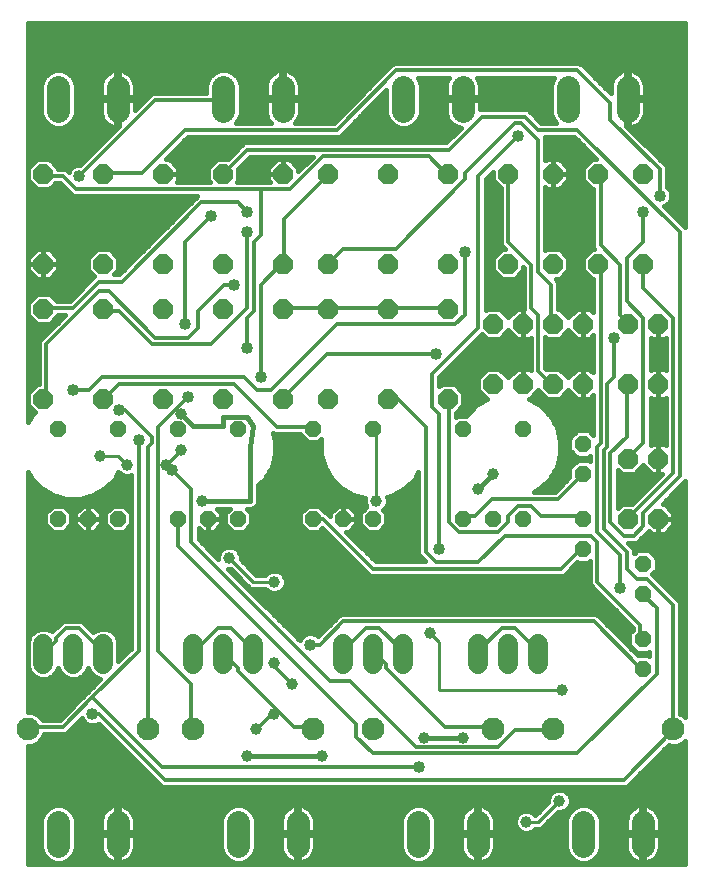
<source format=gbl>
G75*
%MOIN*%
%OFA0B0*%
%FSLAX25Y25*%
%IPPOS*%
%LPD*%
%AMOC8*
5,1,8,0,0,1.08239X$1,22.5*
%
%ADD10OC8,0.05600*%
%ADD11C,0.07600*%
%ADD12OC8,0.06600*%
%ADD13OC8,0.05200*%
%ADD14C,0.06600*%
%ADD15C,0.07800*%
%ADD16C,0.01600*%
%ADD17C,0.01200*%
%ADD18C,0.03962*%
%ADD19C,0.01000*%
%ADD20C,0.04000*%
D10*
X0206800Y0121800D03*
X0206800Y0131800D03*
X0206800Y0146800D03*
X0206800Y0156800D03*
X0226800Y0116800D03*
X0226800Y0106800D03*
X0226800Y0091800D03*
X0226800Y0081800D03*
D11*
X0236800Y0061800D03*
X0196800Y0061800D03*
X0176800Y0061800D03*
X0136800Y0061800D03*
X0116800Y0061800D03*
X0076800Y0061800D03*
X0061800Y0061800D03*
X0021800Y0061800D03*
D12*
X0026800Y0171800D03*
X0046800Y0171800D03*
X0066800Y0171800D03*
X0086800Y0171800D03*
X0106800Y0171800D03*
X0121800Y0171800D03*
X0141800Y0171800D03*
X0161800Y0171800D03*
X0176800Y0176800D03*
X0186800Y0176800D03*
X0196800Y0176800D03*
X0206800Y0176800D03*
X0221800Y0176800D03*
X0231800Y0176800D03*
X0231800Y0196800D03*
X0221800Y0196800D03*
X0206800Y0196800D03*
X0196800Y0196800D03*
X0186800Y0196800D03*
X0176800Y0196800D03*
X0161800Y0201800D03*
X0161800Y0216800D03*
X0141800Y0216800D03*
X0141800Y0201800D03*
X0121800Y0201800D03*
X0121800Y0216800D03*
X0106800Y0216800D03*
X0106800Y0201800D03*
X0086800Y0201800D03*
X0086800Y0216800D03*
X0066800Y0216800D03*
X0066800Y0201800D03*
X0046800Y0201800D03*
X0046800Y0216800D03*
X0026800Y0216800D03*
X0026800Y0201800D03*
X0026800Y0246800D03*
X0046800Y0246800D03*
X0066800Y0246800D03*
X0086800Y0246800D03*
X0106800Y0246800D03*
X0121800Y0246800D03*
X0141800Y0246800D03*
X0161800Y0246800D03*
X0181800Y0246800D03*
X0196800Y0246800D03*
X0211800Y0246800D03*
X0226800Y0246800D03*
X0226800Y0216800D03*
X0211800Y0216800D03*
X0196800Y0216800D03*
X0181800Y0216800D03*
X0221800Y0151800D03*
X0231800Y0151800D03*
X0231800Y0131800D03*
X0221800Y0131800D03*
D13*
X0186800Y0131800D03*
X0176800Y0131800D03*
X0166800Y0131800D03*
X0166800Y0161800D03*
X0186800Y0161800D03*
X0136800Y0161800D03*
X0116800Y0161800D03*
X0091800Y0161800D03*
X0071800Y0161800D03*
X0051800Y0161800D03*
X0031800Y0161800D03*
X0031800Y0131800D03*
X0041800Y0131800D03*
X0051800Y0131800D03*
X0071800Y0131800D03*
X0081800Y0131800D03*
X0091800Y0131800D03*
X0116800Y0131800D03*
X0126800Y0131800D03*
X0136800Y0131800D03*
D14*
X0136800Y0090100D02*
X0136800Y0083500D01*
X0126800Y0083500D02*
X0126800Y0090100D01*
X0146800Y0090100D02*
X0146800Y0083500D01*
X0171800Y0083500D02*
X0171800Y0090100D01*
X0181800Y0090100D02*
X0181800Y0083500D01*
X0191800Y0083500D02*
X0191800Y0090100D01*
X0096800Y0090100D02*
X0096800Y0083500D01*
X0086800Y0083500D02*
X0086800Y0090100D01*
X0076800Y0090100D02*
X0076800Y0083500D01*
X0046800Y0083500D02*
X0046800Y0090100D01*
X0036800Y0090100D02*
X0036800Y0083500D01*
X0026800Y0083500D02*
X0026800Y0090100D01*
D15*
X0031900Y0030700D02*
X0031900Y0022900D01*
X0051700Y0022900D02*
X0051700Y0030700D01*
X0091900Y0030700D02*
X0091900Y0022900D01*
X0111700Y0022900D02*
X0111700Y0030700D01*
X0151900Y0030700D02*
X0151900Y0022900D01*
X0171700Y0022900D02*
X0171700Y0030700D01*
X0206900Y0030700D02*
X0206900Y0022900D01*
X0226700Y0022900D02*
X0226700Y0030700D01*
X0221700Y0267900D02*
X0221700Y0275700D01*
X0201900Y0275700D02*
X0201900Y0267900D01*
X0166700Y0267900D02*
X0166700Y0275700D01*
X0146900Y0275700D02*
X0146900Y0267900D01*
X0106700Y0267900D02*
X0106700Y0275700D01*
X0086900Y0275700D02*
X0086900Y0267900D01*
X0051700Y0267900D02*
X0051700Y0275700D01*
X0031900Y0275700D02*
X0031900Y0267900D01*
D16*
X0021600Y0056200D02*
X0021600Y0016600D01*
X0240701Y0016600D01*
X0240701Y0057781D01*
X0239972Y0057053D01*
X0237914Y0056200D01*
X0235686Y0056200D01*
X0235267Y0056373D01*
X0221659Y0042765D01*
X0220777Y0042400D01*
X0066923Y0042400D01*
X0066041Y0042765D01*
X0065365Y0043441D01*
X0045264Y0063542D01*
X0043956Y0063000D01*
X0042444Y0063000D01*
X0041047Y0063579D01*
X0039979Y0064647D01*
X0039675Y0065381D01*
X0035335Y0061041D01*
X0034659Y0060365D01*
X0033777Y0060000D01*
X0027116Y0060000D01*
X0026547Y0058628D01*
X0024972Y0057053D01*
X0022914Y0056200D01*
X0021600Y0056200D01*
X0021600Y0054960D02*
X0053846Y0054960D01*
X0052248Y0056558D02*
X0023779Y0056558D01*
X0026076Y0058157D02*
X0050649Y0058157D01*
X0049051Y0059755D02*
X0027014Y0059755D01*
X0026619Y0064800D02*
X0026547Y0064972D01*
X0024972Y0066547D01*
X0022914Y0067400D01*
X0021600Y0067400D01*
X0021600Y0147527D01*
X0022957Y0145178D01*
X0026178Y0141957D01*
X0030122Y0139679D01*
X0034522Y0138500D01*
X0039078Y0138500D01*
X0043478Y0139679D01*
X0047422Y0141957D01*
X0050643Y0145178D01*
X0051900Y0147353D01*
X0052658Y0146595D01*
X0054048Y0146019D01*
X0055552Y0146019D01*
X0056200Y0146287D01*
X0056200Y0088694D01*
X0051900Y0084394D01*
X0051900Y0091114D01*
X0051124Y0092989D01*
X0049689Y0094424D01*
X0047814Y0095200D01*
X0045786Y0095200D01*
X0043911Y0094424D01*
X0043541Y0094053D01*
X0040159Y0097435D01*
X0039277Y0097800D01*
X0033923Y0097800D01*
X0033041Y0097435D01*
X0032365Y0096759D01*
X0029859Y0094253D01*
X0029689Y0094424D01*
X0027814Y0095200D01*
X0025786Y0095200D01*
X0023911Y0094424D01*
X0022476Y0092989D01*
X0021700Y0091114D01*
X0021700Y0082486D01*
X0022476Y0080611D01*
X0023911Y0079176D01*
X0025786Y0078400D01*
X0027814Y0078400D01*
X0029689Y0079176D01*
X0031124Y0080611D01*
X0031800Y0082244D01*
X0032476Y0080611D01*
X0033911Y0079176D01*
X0035786Y0078400D01*
X0037814Y0078400D01*
X0039689Y0079176D01*
X0041124Y0080611D01*
X0041800Y0082244D01*
X0042476Y0080611D01*
X0043911Y0079176D01*
X0045786Y0078400D01*
X0045906Y0078400D01*
X0041841Y0074335D01*
X0041165Y0073659D01*
X0032306Y0064800D01*
X0026619Y0064800D01*
X0025370Y0066149D02*
X0033655Y0066149D01*
X0035254Y0067748D02*
X0021600Y0067748D01*
X0021600Y0069346D02*
X0036852Y0069346D01*
X0038451Y0070945D02*
X0021600Y0070945D01*
X0021600Y0072543D02*
X0040049Y0072543D01*
X0041648Y0074142D02*
X0021600Y0074142D01*
X0021600Y0075740D02*
X0043246Y0075740D01*
X0044845Y0077339D02*
X0021600Y0077339D01*
X0021600Y0078937D02*
X0024488Y0078937D01*
X0022552Y0080536D02*
X0021600Y0080536D01*
X0021600Y0082134D02*
X0021845Y0082134D01*
X0021700Y0083733D02*
X0021600Y0083733D01*
X0021600Y0085332D02*
X0021700Y0085332D01*
X0021700Y0086930D02*
X0021600Y0086930D01*
X0021600Y0088529D02*
X0021700Y0088529D01*
X0021700Y0090127D02*
X0021600Y0090127D01*
X0021600Y0091726D02*
X0021953Y0091726D01*
X0021600Y0093324D02*
X0022812Y0093324D01*
X0021600Y0094923D02*
X0025116Y0094923D01*
X0021600Y0096521D02*
X0032127Y0096521D01*
X0030528Y0094923D02*
X0028484Y0094923D01*
X0021600Y0098120D02*
X0056200Y0098120D01*
X0056200Y0099718D02*
X0021600Y0099718D01*
X0021600Y0101317D02*
X0056200Y0101317D01*
X0056200Y0102915D02*
X0021600Y0102915D01*
X0021600Y0104514D02*
X0056200Y0104514D01*
X0056200Y0106112D02*
X0021600Y0106112D01*
X0021600Y0107711D02*
X0056200Y0107711D01*
X0056200Y0109309D02*
X0021600Y0109309D01*
X0021600Y0110908D02*
X0056200Y0110908D01*
X0056200Y0112506D02*
X0021600Y0112506D01*
X0021600Y0114105D02*
X0056200Y0114105D01*
X0056200Y0115703D02*
X0021600Y0115703D01*
X0021600Y0117302D02*
X0056200Y0117302D01*
X0056200Y0118900D02*
X0021600Y0118900D01*
X0021600Y0120499D02*
X0056200Y0120499D01*
X0056200Y0122097D02*
X0021600Y0122097D01*
X0021600Y0123696D02*
X0056200Y0123696D01*
X0056200Y0125294D02*
X0021600Y0125294D01*
X0021600Y0126893D02*
X0056200Y0126893D01*
X0056200Y0128491D02*
X0054714Y0128491D01*
X0053623Y0127400D02*
X0056200Y0129977D01*
X0056200Y0133623D01*
X0053623Y0136200D01*
X0049977Y0136200D01*
X0047400Y0133623D01*
X0047400Y0129977D01*
X0049977Y0127400D01*
X0053623Y0127400D01*
X0056200Y0130090D02*
X0056200Y0130090D01*
X0056200Y0131688D02*
X0056200Y0131688D01*
X0056200Y0133287D02*
X0056200Y0133287D01*
X0056200Y0134885D02*
X0054937Y0134885D01*
X0056200Y0136484D02*
X0021600Y0136484D01*
X0021600Y0138082D02*
X0056200Y0138082D01*
X0056200Y0139681D02*
X0043481Y0139681D01*
X0046250Y0141279D02*
X0056200Y0141279D01*
X0056200Y0142878D02*
X0048344Y0142878D01*
X0049942Y0144476D02*
X0056200Y0144476D01*
X0056200Y0146075D02*
X0055687Y0146075D01*
X0053913Y0146075D02*
X0051162Y0146075D01*
X0043623Y0136200D02*
X0041800Y0136200D01*
X0041800Y0131800D01*
X0046200Y0131800D01*
X0046200Y0133623D01*
X0043623Y0136200D01*
X0041800Y0136200D02*
X0039977Y0136200D01*
X0037400Y0133623D01*
X0037400Y0131800D01*
X0041800Y0131800D01*
X0041800Y0131800D01*
X0041800Y0131800D01*
X0046200Y0131800D01*
X0046200Y0129977D01*
X0043623Y0127400D01*
X0041800Y0127400D01*
X0041800Y0131800D01*
X0041800Y0131800D01*
X0041800Y0131800D01*
X0041800Y0136200D01*
X0041800Y0134885D02*
X0041800Y0134885D01*
X0041800Y0133287D02*
X0041800Y0133287D01*
X0041800Y0131800D02*
X0037400Y0131800D01*
X0037400Y0129977D01*
X0039977Y0127400D01*
X0041800Y0127400D01*
X0041800Y0131800D01*
X0041800Y0131688D02*
X0041800Y0131688D01*
X0041800Y0130090D02*
X0041800Y0130090D01*
X0041800Y0128491D02*
X0041800Y0128491D01*
X0044714Y0128491D02*
X0048886Y0128491D01*
X0047400Y0130090D02*
X0046200Y0130090D01*
X0046200Y0131688D02*
X0047400Y0131688D01*
X0047400Y0133287D02*
X0046200Y0133287D01*
X0044937Y0134885D02*
X0048663Y0134885D01*
X0038886Y0128491D02*
X0034714Y0128491D01*
X0033623Y0127400D02*
X0036200Y0129977D01*
X0036200Y0133623D01*
X0033623Y0136200D01*
X0029977Y0136200D01*
X0027400Y0133623D01*
X0027400Y0129977D01*
X0029977Y0127400D01*
X0033623Y0127400D01*
X0036200Y0130090D02*
X0037400Y0130090D01*
X0037400Y0131688D02*
X0036200Y0131688D01*
X0036200Y0133287D02*
X0037400Y0133287D01*
X0038663Y0134885D02*
X0034937Y0134885D01*
X0028663Y0134885D02*
X0021600Y0134885D01*
X0021600Y0133287D02*
X0027400Y0133287D01*
X0027400Y0131688D02*
X0021600Y0131688D01*
X0021600Y0130090D02*
X0027400Y0130090D01*
X0028886Y0128491D02*
X0021600Y0128491D01*
X0021600Y0139681D02*
X0030119Y0139681D01*
X0027350Y0141279D02*
X0021600Y0141279D01*
X0021600Y0142878D02*
X0025256Y0142878D01*
X0023658Y0144476D02*
X0021600Y0144476D01*
X0021600Y0146075D02*
X0022438Y0146075D01*
X0021600Y0164073D02*
X0021600Y0296961D01*
X0240701Y0296961D01*
X0240701Y0229093D01*
X0233819Y0235975D01*
X0234553Y0236279D01*
X0235621Y0237347D01*
X0236200Y0238744D01*
X0236200Y0240256D01*
X0235621Y0241653D01*
X0234800Y0242474D01*
X0234800Y0248777D01*
X0234435Y0249659D01*
X0233759Y0250335D01*
X0221200Y0262894D01*
X0221200Y0271300D01*
X0222200Y0271300D01*
X0222200Y0272300D01*
X0221200Y0272300D01*
X0221200Y0281392D01*
X0220365Y0281260D01*
X0219512Y0280982D01*
X0218713Y0280575D01*
X0217987Y0280048D01*
X0217352Y0279413D01*
X0216825Y0278687D01*
X0216418Y0277888D01*
X0216140Y0277035D01*
X0216000Y0276149D01*
X0216000Y0273594D01*
X0206259Y0283335D01*
X0205377Y0283700D01*
X0143923Y0283700D01*
X0143041Y0283335D01*
X0142365Y0282659D01*
X0123606Y0263900D01*
X0110761Y0263900D01*
X0111048Y0264187D01*
X0111575Y0264913D01*
X0111982Y0265712D01*
X0112260Y0266565D01*
X0112400Y0267451D01*
X0112400Y0271300D01*
X0107200Y0271300D01*
X0107200Y0272300D01*
X0106200Y0272300D01*
X0106200Y0281392D01*
X0105365Y0281260D01*
X0104512Y0280982D01*
X0103713Y0280575D01*
X0102987Y0280048D01*
X0102352Y0279413D01*
X0101825Y0278687D01*
X0101418Y0277888D01*
X0101140Y0277035D01*
X0101000Y0276149D01*
X0101000Y0272300D01*
X0106200Y0272300D01*
X0106200Y0271300D01*
X0101000Y0271300D01*
X0101000Y0267451D01*
X0101140Y0266565D01*
X0101418Y0265712D01*
X0101825Y0264913D01*
X0102352Y0264187D01*
X0102639Y0263900D01*
X0090961Y0263900D01*
X0091732Y0264671D01*
X0092600Y0266766D01*
X0092600Y0276834D01*
X0091732Y0278929D01*
X0090129Y0280532D01*
X0088034Y0281400D01*
X0085766Y0281400D01*
X0083671Y0280532D01*
X0082068Y0278929D01*
X0081200Y0276834D01*
X0081200Y0273800D01*
X0063623Y0273800D01*
X0062741Y0273435D01*
X0062065Y0272759D01*
X0057400Y0268094D01*
X0057400Y0271300D01*
X0052200Y0271300D01*
X0052200Y0272300D01*
X0057400Y0272300D01*
X0057400Y0276149D01*
X0057260Y0277035D01*
X0056982Y0277888D01*
X0056575Y0278687D01*
X0056048Y0279413D01*
X0055413Y0280048D01*
X0054687Y0280575D01*
X0053888Y0280982D01*
X0053035Y0281260D01*
X0052200Y0281392D01*
X0052200Y0272300D01*
X0051200Y0272300D01*
X0051200Y0281392D01*
X0050365Y0281260D01*
X0049512Y0280982D01*
X0048713Y0280575D01*
X0047987Y0280048D01*
X0047352Y0279413D01*
X0046825Y0278687D01*
X0046418Y0277888D01*
X0046140Y0277035D01*
X0046000Y0276149D01*
X0046000Y0272300D01*
X0051200Y0272300D01*
X0051200Y0271300D01*
X0052200Y0271300D01*
X0052200Y0262894D01*
X0039206Y0249900D01*
X0038044Y0249900D01*
X0036647Y0249321D01*
X0035579Y0248253D01*
X0035275Y0247519D01*
X0034659Y0248135D01*
X0033777Y0248500D01*
X0031900Y0248500D01*
X0031900Y0248912D01*
X0028912Y0251900D01*
X0024688Y0251900D01*
X0021700Y0248912D01*
X0021700Y0244688D01*
X0024688Y0241700D01*
X0028912Y0241700D01*
X0030912Y0243700D01*
X0032306Y0243700D01*
X0035665Y0240341D01*
X0036341Y0239665D01*
X0037223Y0239300D01*
X0078106Y0239300D01*
X0077465Y0238659D01*
X0052106Y0213300D01*
X0050512Y0213300D01*
X0051900Y0214688D01*
X0051900Y0218912D01*
X0048912Y0221900D01*
X0044688Y0221900D01*
X0041700Y0218912D01*
X0041700Y0214688D01*
X0043747Y0212641D01*
X0043365Y0212259D01*
X0035606Y0204500D01*
X0031312Y0204500D01*
X0028912Y0206900D01*
X0024688Y0206900D01*
X0021700Y0203912D01*
X0021700Y0199688D01*
X0024688Y0196700D01*
X0028912Y0196700D01*
X0031900Y0199688D01*
X0031900Y0199700D01*
X0034106Y0199700D01*
X0026441Y0192035D01*
X0025765Y0191359D01*
X0025400Y0190477D01*
X0025400Y0176900D01*
X0024688Y0176900D01*
X0021700Y0173912D01*
X0021700Y0169688D01*
X0023961Y0167427D01*
X0022957Y0166422D01*
X0021600Y0164073D01*
X0021600Y0165257D02*
X0022284Y0165257D01*
X0021600Y0166856D02*
X0023390Y0166856D01*
X0022933Y0168454D02*
X0021600Y0168454D01*
X0021600Y0170053D02*
X0021700Y0170053D01*
X0021700Y0171651D02*
X0021600Y0171651D01*
X0021600Y0173250D02*
X0021700Y0173250D01*
X0021600Y0174848D02*
X0022636Y0174848D01*
X0021600Y0176447D02*
X0024234Y0176447D01*
X0025400Y0178045D02*
X0021600Y0178045D01*
X0021600Y0179644D02*
X0025400Y0179644D01*
X0025400Y0181242D02*
X0021600Y0181242D01*
X0021600Y0182841D02*
X0025400Y0182841D01*
X0025400Y0184439D02*
X0021600Y0184439D01*
X0021600Y0186038D02*
X0025400Y0186038D01*
X0025400Y0187636D02*
X0021600Y0187636D01*
X0021600Y0189235D02*
X0025400Y0189235D01*
X0025547Y0190833D02*
X0021600Y0190833D01*
X0021600Y0192432D02*
X0026838Y0192432D01*
X0028436Y0194030D02*
X0021600Y0194030D01*
X0021600Y0195629D02*
X0030035Y0195629D01*
X0029440Y0197227D02*
X0031633Y0197227D01*
X0031038Y0198826D02*
X0033232Y0198826D01*
X0030593Y0205220D02*
X0036326Y0205220D01*
X0037924Y0206818D02*
X0028994Y0206818D01*
X0028912Y0211700D02*
X0026800Y0211700D01*
X0026800Y0216800D01*
X0026800Y0216800D01*
X0026800Y0221900D01*
X0028912Y0221900D01*
X0031900Y0218912D01*
X0031900Y0216800D01*
X0026800Y0216800D01*
X0026800Y0216800D01*
X0026800Y0216800D01*
X0021700Y0216800D01*
X0021700Y0218912D01*
X0024688Y0221900D01*
X0026800Y0221900D01*
X0026800Y0216800D01*
X0031900Y0216800D01*
X0031900Y0214688D01*
X0028912Y0211700D01*
X0026800Y0211700D02*
X0026800Y0216800D01*
X0026800Y0216800D01*
X0021700Y0216800D01*
X0021700Y0214688D01*
X0024688Y0211700D01*
X0026800Y0211700D01*
X0026800Y0213212D02*
X0026800Y0213212D01*
X0026800Y0214811D02*
X0026800Y0214811D01*
X0026800Y0216409D02*
X0026800Y0216409D01*
X0026800Y0218008D02*
X0026800Y0218008D01*
X0026800Y0219606D02*
X0026800Y0219606D01*
X0026800Y0221205D02*
X0026800Y0221205D01*
X0029607Y0221205D02*
X0043993Y0221205D01*
X0042394Y0219606D02*
X0031206Y0219606D01*
X0031900Y0218008D02*
X0041700Y0218008D01*
X0041700Y0216409D02*
X0031900Y0216409D01*
X0031900Y0214811D02*
X0041700Y0214811D01*
X0043175Y0213212D02*
X0030425Y0213212D01*
X0024606Y0206818D02*
X0021600Y0206818D01*
X0021600Y0205220D02*
X0023007Y0205220D01*
X0021700Y0203621D02*
X0021600Y0203621D01*
X0021600Y0202023D02*
X0021700Y0202023D01*
X0021700Y0200424D02*
X0021600Y0200424D01*
X0021600Y0198826D02*
X0022562Y0198826D01*
X0021600Y0197227D02*
X0024160Y0197227D01*
X0021600Y0208417D02*
X0039523Y0208417D01*
X0041121Y0210015D02*
X0021600Y0210015D01*
X0021600Y0211614D02*
X0042720Y0211614D01*
X0051206Y0219606D02*
X0058412Y0219606D01*
X0056814Y0218008D02*
X0051900Y0218008D01*
X0051900Y0216409D02*
X0055215Y0216409D01*
X0053617Y0214811D02*
X0051900Y0214811D01*
X0049607Y0221205D02*
X0060011Y0221205D01*
X0061609Y0222803D02*
X0021600Y0222803D01*
X0021600Y0221205D02*
X0023993Y0221205D01*
X0022394Y0219606D02*
X0021600Y0219606D01*
X0021600Y0218008D02*
X0021700Y0218008D01*
X0021700Y0216409D02*
X0021600Y0216409D01*
X0021600Y0214811D02*
X0021700Y0214811D01*
X0021600Y0213212D02*
X0023175Y0213212D01*
X0021600Y0224402D02*
X0063208Y0224402D01*
X0064806Y0226001D02*
X0021600Y0226001D01*
X0021600Y0227599D02*
X0066405Y0227599D01*
X0068003Y0229198D02*
X0021600Y0229198D01*
X0021600Y0230796D02*
X0069602Y0230796D01*
X0071200Y0232395D02*
X0021600Y0232395D01*
X0021600Y0233993D02*
X0072799Y0233993D01*
X0074397Y0235592D02*
X0021600Y0235592D01*
X0021600Y0237190D02*
X0075996Y0237190D01*
X0077465Y0238659D02*
X0077465Y0238659D01*
X0077595Y0238789D02*
X0021600Y0238789D01*
X0021600Y0240387D02*
X0035619Y0240387D01*
X0034020Y0241986D02*
X0029198Y0241986D01*
X0030797Y0243584D02*
X0032422Y0243584D01*
X0034068Y0248380D02*
X0035706Y0248380D01*
X0039284Y0249978D02*
X0030834Y0249978D01*
X0029236Y0251577D02*
X0040883Y0251577D01*
X0042481Y0253175D02*
X0021600Y0253175D01*
X0021600Y0251577D02*
X0024364Y0251577D01*
X0022766Y0249978D02*
X0021600Y0249978D01*
X0021600Y0248380D02*
X0021700Y0248380D01*
X0021700Y0246781D02*
X0021600Y0246781D01*
X0021600Y0245183D02*
X0021700Y0245183D01*
X0021600Y0243584D02*
X0022803Y0243584D01*
X0021600Y0241986D02*
X0024402Y0241986D01*
X0021600Y0254774D02*
X0044080Y0254774D01*
X0045678Y0256372D02*
X0021600Y0256372D01*
X0021600Y0257971D02*
X0047277Y0257971D01*
X0048875Y0259569D02*
X0021600Y0259569D01*
X0021600Y0261168D02*
X0050474Y0261168D01*
X0050365Y0262340D02*
X0051200Y0262208D01*
X0051200Y0271300D01*
X0046000Y0271300D01*
X0046000Y0267451D01*
X0046140Y0266565D01*
X0046418Y0265712D01*
X0046825Y0264913D01*
X0047352Y0264187D01*
X0047987Y0263552D01*
X0048713Y0263025D01*
X0049512Y0262618D01*
X0050365Y0262340D01*
X0051200Y0262766D02*
X0052072Y0262766D01*
X0052200Y0264365D02*
X0051200Y0264365D01*
X0051200Y0265963D02*
X0052200Y0265963D01*
X0052200Y0267562D02*
X0051200Y0267562D01*
X0051200Y0269160D02*
X0052200Y0269160D01*
X0052200Y0270759D02*
X0051200Y0270759D01*
X0051200Y0272357D02*
X0052200Y0272357D01*
X0052200Y0273956D02*
X0051200Y0273956D01*
X0051200Y0275554D02*
X0052200Y0275554D01*
X0052200Y0277153D02*
X0051200Y0277153D01*
X0051200Y0278751D02*
X0052200Y0278751D01*
X0052200Y0280350D02*
X0051200Y0280350D01*
X0048403Y0280350D02*
X0035311Y0280350D01*
X0035129Y0280532D02*
X0033034Y0281400D01*
X0030766Y0281400D01*
X0028671Y0280532D01*
X0027068Y0278929D01*
X0026200Y0276834D01*
X0026200Y0266766D01*
X0027068Y0264671D01*
X0028671Y0263068D01*
X0030766Y0262200D01*
X0033034Y0262200D01*
X0035129Y0263068D01*
X0036732Y0264671D01*
X0037600Y0266766D01*
X0037600Y0276834D01*
X0036732Y0278929D01*
X0035129Y0280532D01*
X0036806Y0278751D02*
X0046871Y0278751D01*
X0046179Y0277153D02*
X0037468Y0277153D01*
X0037600Y0275554D02*
X0046000Y0275554D01*
X0046000Y0273956D02*
X0037600Y0273956D01*
X0037600Y0272357D02*
X0046000Y0272357D01*
X0046000Y0270759D02*
X0037600Y0270759D01*
X0037600Y0269160D02*
X0046000Y0269160D01*
X0046000Y0267562D02*
X0037600Y0267562D01*
X0037267Y0265963D02*
X0046336Y0265963D01*
X0047223Y0264365D02*
X0036426Y0264365D01*
X0034401Y0262766D02*
X0049220Y0262766D01*
X0057400Y0269160D02*
X0058466Y0269160D01*
X0057400Y0270759D02*
X0060065Y0270759D01*
X0061663Y0272357D02*
X0057400Y0272357D01*
X0057400Y0273956D02*
X0081200Y0273956D01*
X0081200Y0275554D02*
X0057400Y0275554D01*
X0057221Y0277153D02*
X0081332Y0277153D01*
X0081994Y0278751D02*
X0056529Y0278751D01*
X0054997Y0280350D02*
X0083489Y0280350D01*
X0090311Y0280350D02*
X0103403Y0280350D01*
X0101871Y0278751D02*
X0091806Y0278751D01*
X0092468Y0277153D02*
X0101179Y0277153D01*
X0101000Y0275554D02*
X0092600Y0275554D01*
X0092600Y0273956D02*
X0101000Y0273956D01*
X0101000Y0272357D02*
X0092600Y0272357D01*
X0092600Y0270759D02*
X0101000Y0270759D01*
X0101000Y0269160D02*
X0092600Y0269160D01*
X0092600Y0267562D02*
X0101000Y0267562D01*
X0101336Y0265963D02*
X0092267Y0265963D01*
X0091426Y0264365D02*
X0102223Y0264365D01*
X0106200Y0272357D02*
X0107200Y0272357D01*
X0107200Y0272300D02*
X0107200Y0281392D01*
X0108035Y0281260D01*
X0108888Y0280982D01*
X0109687Y0280575D01*
X0110413Y0280048D01*
X0111048Y0279413D01*
X0111575Y0278687D01*
X0111982Y0277888D01*
X0112260Y0277035D01*
X0112400Y0276149D01*
X0112400Y0272300D01*
X0107200Y0272300D01*
X0107200Y0273956D02*
X0106200Y0273956D01*
X0106200Y0275554D02*
X0107200Y0275554D01*
X0107200Y0277153D02*
X0106200Y0277153D01*
X0106200Y0278751D02*
X0107200Y0278751D01*
X0107200Y0280350D02*
X0106200Y0280350D01*
X0109997Y0280350D02*
X0140056Y0280350D01*
X0141654Y0281948D02*
X0021600Y0281948D01*
X0021600Y0280350D02*
X0028489Y0280350D01*
X0026994Y0278751D02*
X0021600Y0278751D01*
X0021600Y0277153D02*
X0026332Y0277153D01*
X0026200Y0275554D02*
X0021600Y0275554D01*
X0021600Y0273956D02*
X0026200Y0273956D01*
X0026200Y0272357D02*
X0021600Y0272357D01*
X0021600Y0270759D02*
X0026200Y0270759D01*
X0026200Y0269160D02*
X0021600Y0269160D01*
X0021600Y0267562D02*
X0026200Y0267562D01*
X0026533Y0265963D02*
X0021600Y0265963D01*
X0021600Y0264365D02*
X0027374Y0264365D01*
X0029399Y0262766D02*
X0021600Y0262766D01*
X0021600Y0283547D02*
X0143553Y0283547D01*
X0142365Y0282659D02*
X0142365Y0282659D01*
X0138457Y0278751D02*
X0111529Y0278751D01*
X0112221Y0277153D02*
X0136859Y0277153D01*
X0135260Y0275554D02*
X0112400Y0275554D01*
X0112400Y0273956D02*
X0133662Y0273956D01*
X0132063Y0272357D02*
X0112400Y0272357D01*
X0112400Y0270759D02*
X0130465Y0270759D01*
X0128866Y0269160D02*
X0112400Y0269160D01*
X0112400Y0267562D02*
X0127268Y0267562D01*
X0125669Y0265963D02*
X0112064Y0265963D01*
X0111177Y0264365D02*
X0124071Y0264365D01*
X0126063Y0259569D02*
X0163275Y0259569D01*
X0161677Y0257971D02*
X0073865Y0257971D01*
X0074994Y0259100D02*
X0125077Y0259100D01*
X0125959Y0259465D01*
X0141200Y0274706D01*
X0141200Y0266766D01*
X0142068Y0264671D01*
X0143671Y0263068D01*
X0145766Y0262200D01*
X0148034Y0262200D01*
X0150129Y0263068D01*
X0151732Y0264671D01*
X0152600Y0266766D01*
X0152600Y0276834D01*
X0151744Y0278900D01*
X0161979Y0278900D01*
X0161825Y0278687D01*
X0161418Y0277888D01*
X0161140Y0277035D01*
X0161000Y0276149D01*
X0161000Y0272300D01*
X0166200Y0272300D01*
X0166200Y0271300D01*
X0161000Y0271300D01*
X0161000Y0267451D01*
X0161140Y0266565D01*
X0161418Y0265712D01*
X0161825Y0264913D01*
X0162352Y0264187D01*
X0162987Y0263552D01*
X0163713Y0263025D01*
X0164512Y0262618D01*
X0165365Y0262340D01*
X0165953Y0262247D01*
X0161006Y0257300D01*
X0094423Y0257300D01*
X0093541Y0256935D01*
X0088506Y0251900D01*
X0084688Y0251900D01*
X0081700Y0248912D01*
X0081700Y0244688D01*
X0082288Y0244100D01*
X0071312Y0244100D01*
X0071900Y0244688D01*
X0071900Y0246800D01*
X0071900Y0248912D01*
X0068912Y0251900D01*
X0067794Y0251900D01*
X0074994Y0259100D01*
X0072266Y0256372D02*
X0092978Y0256372D01*
X0091380Y0254774D02*
X0070668Y0254774D01*
X0069069Y0253175D02*
X0089781Y0253175D01*
X0093372Y0249978D02*
X0102766Y0249978D01*
X0101700Y0248912D02*
X0101700Y0246800D01*
X0106800Y0246800D01*
X0106800Y0246800D01*
X0106800Y0251900D01*
X0108912Y0251900D01*
X0111900Y0248912D01*
X0111900Y0247794D01*
X0116606Y0252500D01*
X0095894Y0252500D01*
X0091900Y0248506D01*
X0091900Y0244688D01*
X0091312Y0244100D01*
X0102288Y0244100D01*
X0101700Y0244688D01*
X0101700Y0246800D01*
X0106800Y0246800D01*
X0106800Y0246800D01*
X0106800Y0251900D01*
X0104688Y0251900D01*
X0101700Y0248912D01*
X0101700Y0248380D02*
X0091900Y0248380D01*
X0091900Y0246781D02*
X0101700Y0246781D01*
X0101700Y0245183D02*
X0091900Y0245183D01*
X0094971Y0251577D02*
X0104364Y0251577D01*
X0106800Y0251577D02*
X0106800Y0251577D01*
X0106800Y0249978D02*
X0106800Y0249978D01*
X0106800Y0248380D02*
X0106800Y0248380D01*
X0109236Y0251577D02*
X0115683Y0251577D01*
X0114084Y0249978D02*
X0110834Y0249978D01*
X0111900Y0248380D02*
X0112486Y0248380D01*
X0127662Y0261168D02*
X0164874Y0261168D01*
X0164220Y0262766D02*
X0149401Y0262766D01*
X0151426Y0264365D02*
X0162223Y0264365D01*
X0161336Y0265963D02*
X0152267Y0265963D01*
X0152600Y0267562D02*
X0161000Y0267562D01*
X0161000Y0269160D02*
X0152600Y0269160D01*
X0152600Y0270759D02*
X0161000Y0270759D01*
X0161000Y0272357D02*
X0152600Y0272357D01*
X0152600Y0273956D02*
X0161000Y0273956D01*
X0161000Y0275554D02*
X0152600Y0275554D01*
X0152468Y0277153D02*
X0161179Y0277153D01*
X0161871Y0278751D02*
X0151806Y0278751D01*
X0141200Y0273956D02*
X0140450Y0273956D01*
X0141200Y0272357D02*
X0138851Y0272357D01*
X0137253Y0270759D02*
X0141200Y0270759D01*
X0141200Y0269160D02*
X0135654Y0269160D01*
X0134056Y0267562D02*
X0141200Y0267562D01*
X0141533Y0265963D02*
X0132457Y0265963D01*
X0130859Y0264365D02*
X0142374Y0264365D01*
X0144399Y0262766D02*
X0129260Y0262766D01*
X0167200Y0271300D02*
X0167200Y0272300D01*
X0172400Y0272300D01*
X0172400Y0276149D01*
X0172260Y0277035D01*
X0171982Y0277888D01*
X0171575Y0278687D01*
X0171421Y0278900D01*
X0197056Y0278900D01*
X0196200Y0276834D01*
X0196200Y0266766D01*
X0197068Y0264671D01*
X0197839Y0263900D01*
X0192694Y0263900D01*
X0189335Y0267259D01*
X0188659Y0267935D01*
X0187777Y0268300D01*
X0172523Y0268300D01*
X0172400Y0268249D01*
X0172400Y0271300D01*
X0167200Y0271300D01*
X0172400Y0270759D02*
X0196200Y0270759D01*
X0196200Y0272357D02*
X0172400Y0272357D01*
X0172400Y0273956D02*
X0196200Y0273956D01*
X0196200Y0275554D02*
X0172400Y0275554D01*
X0172221Y0277153D02*
X0196332Y0277153D01*
X0196994Y0278751D02*
X0171529Y0278751D01*
X0172400Y0269160D02*
X0196200Y0269160D01*
X0196200Y0267562D02*
X0189032Y0267562D01*
X0190631Y0265963D02*
X0196533Y0265963D01*
X0197374Y0264365D02*
X0192229Y0264365D01*
X0193925Y0259100D02*
X0203906Y0259100D01*
X0211106Y0251900D01*
X0209688Y0251900D01*
X0206700Y0248912D01*
X0206700Y0244688D01*
X0209688Y0241700D01*
X0210200Y0241700D01*
X0210200Y0222523D01*
X0210458Y0221900D01*
X0209688Y0221900D01*
X0206700Y0218912D01*
X0206700Y0214688D01*
X0209688Y0211700D01*
X0210200Y0211700D01*
X0210200Y0200612D01*
X0208912Y0201900D01*
X0206800Y0201900D01*
X0206800Y0196800D01*
X0206800Y0196800D01*
X0206800Y0201900D01*
X0204688Y0201900D01*
X0201800Y0199012D01*
X0198912Y0201900D01*
X0198500Y0201900D01*
X0198500Y0210277D01*
X0198135Y0211159D01*
X0197594Y0211700D01*
X0198912Y0211700D01*
X0201900Y0214688D01*
X0201900Y0218912D01*
X0198912Y0221900D01*
X0194688Y0221900D01*
X0194100Y0221312D01*
X0194100Y0242288D01*
X0194688Y0241700D01*
X0196800Y0241700D01*
X0198912Y0241700D01*
X0201900Y0244688D01*
X0201900Y0246800D01*
X0201900Y0248912D01*
X0198912Y0251900D01*
X0196800Y0251900D01*
X0196800Y0246800D01*
X0196800Y0246800D01*
X0201900Y0246800D01*
X0196800Y0246800D01*
X0196800Y0246800D01*
X0196800Y0251900D01*
X0194688Y0251900D01*
X0194100Y0251312D01*
X0194100Y0258677D01*
X0193925Y0259100D01*
X0194100Y0257971D02*
X0205035Y0257971D01*
X0206634Y0256372D02*
X0194100Y0256372D01*
X0194100Y0254774D02*
X0208232Y0254774D01*
X0209831Y0253175D02*
X0194100Y0253175D01*
X0194100Y0251577D02*
X0194364Y0251577D01*
X0196800Y0251577D02*
X0196800Y0251577D01*
X0196800Y0249978D02*
X0196800Y0249978D01*
X0196800Y0248380D02*
X0196800Y0248380D01*
X0196800Y0246800D02*
X0196800Y0241700D01*
X0196800Y0246800D01*
X0196800Y0246800D01*
X0196800Y0246781D02*
X0196800Y0246781D01*
X0196800Y0245183D02*
X0196800Y0245183D01*
X0196800Y0243584D02*
X0196800Y0243584D01*
X0196800Y0241986D02*
X0196800Y0241986D01*
X0199198Y0241986D02*
X0209402Y0241986D01*
X0210200Y0240387D02*
X0194100Y0240387D01*
X0194100Y0238789D02*
X0210200Y0238789D01*
X0210200Y0237190D02*
X0194100Y0237190D01*
X0194100Y0235592D02*
X0210200Y0235592D01*
X0210200Y0233993D02*
X0194100Y0233993D01*
X0194100Y0232395D02*
X0210200Y0232395D01*
X0210200Y0230796D02*
X0194100Y0230796D01*
X0194100Y0229198D02*
X0210200Y0229198D01*
X0210200Y0227599D02*
X0194100Y0227599D01*
X0194100Y0226001D02*
X0210200Y0226001D01*
X0210200Y0224402D02*
X0194100Y0224402D01*
X0194100Y0222803D02*
X0210200Y0222803D01*
X0208993Y0221205D02*
X0199607Y0221205D01*
X0201206Y0219606D02*
X0207394Y0219606D01*
X0206700Y0218008D02*
X0201900Y0218008D01*
X0201900Y0216409D02*
X0206700Y0216409D01*
X0206700Y0214811D02*
X0201900Y0214811D01*
X0200425Y0213212D02*
X0208175Y0213212D01*
X0210200Y0211614D02*
X0197680Y0211614D01*
X0198500Y0210015D02*
X0210200Y0210015D01*
X0210200Y0208417D02*
X0198500Y0208417D01*
X0198500Y0206818D02*
X0210200Y0206818D01*
X0210200Y0205220D02*
X0198500Y0205220D01*
X0198500Y0203621D02*
X0210200Y0203621D01*
X0210200Y0202023D02*
X0198500Y0202023D01*
X0200388Y0200424D02*
X0203212Y0200424D01*
X0206800Y0200424D02*
X0206800Y0200424D01*
X0206800Y0198826D02*
X0206800Y0198826D01*
X0206800Y0197227D02*
X0206800Y0197227D01*
X0206800Y0196800D02*
X0206800Y0191700D01*
X0208912Y0191700D01*
X0210200Y0192988D01*
X0210200Y0180612D01*
X0208912Y0181900D01*
X0206800Y0181900D01*
X0206800Y0176800D01*
X0206800Y0176800D01*
X0206800Y0171700D01*
X0208912Y0171700D01*
X0210200Y0172988D01*
X0210200Y0159905D01*
X0208705Y0161400D01*
X0204895Y0161400D01*
X0202200Y0158705D01*
X0202200Y0154895D01*
X0204895Y0152200D01*
X0208705Y0152200D01*
X0209100Y0152595D01*
X0209100Y0151005D01*
X0208705Y0151400D01*
X0204895Y0151400D01*
X0202200Y0148705D01*
X0202200Y0145594D01*
X0197306Y0140700D01*
X0190246Y0140700D01*
X0192422Y0141957D01*
X0195643Y0145178D01*
X0197921Y0149122D01*
X0199100Y0153522D01*
X0199100Y0158078D01*
X0197921Y0162478D01*
X0195643Y0166422D01*
X0192422Y0169643D01*
X0188860Y0171700D01*
X0188912Y0171700D01*
X0191800Y0174588D01*
X0194688Y0171700D01*
X0198912Y0171700D01*
X0201800Y0174588D01*
X0204688Y0171700D01*
X0206800Y0171700D01*
X0206800Y0176800D01*
X0206800Y0176800D01*
X0206800Y0181900D01*
X0204688Y0181900D01*
X0201800Y0179012D01*
X0198912Y0181900D01*
X0194688Y0181900D01*
X0194541Y0181753D01*
X0194100Y0182194D01*
X0194100Y0192288D01*
X0194688Y0191700D01*
X0198912Y0191700D01*
X0201800Y0194588D01*
X0204688Y0191700D01*
X0206800Y0191700D01*
X0206800Y0196800D01*
X0206800Y0196800D01*
X0206800Y0195629D02*
X0206800Y0195629D01*
X0206800Y0194030D02*
X0206800Y0194030D01*
X0206800Y0192432D02*
X0206800Y0192432D01*
X0203956Y0192432D02*
X0199644Y0192432D01*
X0201243Y0194030D02*
X0202357Y0194030D01*
X0209644Y0192432D02*
X0210200Y0192432D01*
X0210200Y0190833D02*
X0194100Y0190833D01*
X0194100Y0189235D02*
X0210200Y0189235D01*
X0210200Y0187636D02*
X0194100Y0187636D01*
X0194100Y0186038D02*
X0210200Y0186038D01*
X0210200Y0184439D02*
X0194100Y0184439D01*
X0194100Y0182841D02*
X0210200Y0182841D01*
X0210200Y0181242D02*
X0209570Y0181242D01*
X0206800Y0181242D02*
X0206800Y0181242D01*
X0206800Y0179644D02*
X0206800Y0179644D01*
X0206800Y0178045D02*
X0206800Y0178045D01*
X0206800Y0176447D02*
X0206800Y0176447D01*
X0206800Y0174848D02*
X0206800Y0174848D01*
X0206800Y0173250D02*
X0206800Y0173250D01*
X0203138Y0173250D02*
X0200462Y0173250D01*
X0201169Y0179644D02*
X0202431Y0179644D01*
X0204030Y0181242D02*
X0199570Y0181242D01*
X0193138Y0173250D02*
X0190462Y0173250D01*
X0188945Y0171651D02*
X0210200Y0171651D01*
X0210200Y0170053D02*
X0191714Y0170053D01*
X0193612Y0168454D02*
X0210200Y0168454D01*
X0210200Y0166856D02*
X0195210Y0166856D01*
X0196316Y0165257D02*
X0210200Y0165257D01*
X0210200Y0163659D02*
X0197239Y0163659D01*
X0198033Y0162060D02*
X0210200Y0162060D01*
X0210200Y0160462D02*
X0209644Y0160462D01*
X0209100Y0152469D02*
X0208974Y0152469D01*
X0204626Y0152469D02*
X0198818Y0152469D01*
X0199100Y0154068D02*
X0203027Y0154068D01*
X0202200Y0155666D02*
X0199100Y0155666D01*
X0199100Y0157265D02*
X0202200Y0157265D01*
X0202358Y0158863D02*
X0198890Y0158863D01*
X0198461Y0160462D02*
X0203956Y0160462D01*
X0204365Y0150870D02*
X0198389Y0150870D01*
X0197961Y0149272D02*
X0202767Y0149272D01*
X0202200Y0147673D02*
X0197084Y0147673D01*
X0196162Y0146075D02*
X0202200Y0146075D01*
X0201082Y0144476D02*
X0194942Y0144476D01*
X0193344Y0142878D02*
X0199484Y0142878D01*
X0197885Y0141279D02*
X0191250Y0141279D01*
X0176800Y0146800D02*
X0171800Y0141800D01*
X0152265Y0119341D02*
X0152941Y0118665D01*
X0154006Y0117600D01*
X0137694Y0117600D01*
X0127894Y0127400D01*
X0128623Y0127400D01*
X0131200Y0129977D01*
X0131200Y0131800D01*
X0131200Y0133623D01*
X0128623Y0136200D01*
X0126800Y0136200D01*
X0126800Y0131800D01*
X0126800Y0131800D01*
X0131200Y0131800D01*
X0126800Y0131800D01*
X0126800Y0131800D01*
X0126800Y0136200D01*
X0124977Y0136200D01*
X0122400Y0133623D01*
X0122400Y0132894D01*
X0121559Y0133735D01*
X0120754Y0134068D01*
X0118623Y0136200D01*
X0114977Y0136200D01*
X0112400Y0133623D01*
X0112400Y0129977D01*
X0114977Y0127400D01*
X0118623Y0127400D01*
X0119864Y0128642D01*
X0134665Y0113841D01*
X0135341Y0113165D01*
X0136223Y0112800D01*
X0199877Y0112800D01*
X0200759Y0113165D01*
X0204844Y0117250D01*
X0204895Y0117200D01*
X0208705Y0117200D01*
X0209100Y0117595D01*
X0209100Y0110323D01*
X0209465Y0109441D01*
X0210141Y0108765D01*
X0223400Y0095506D01*
X0223400Y0094905D01*
X0222200Y0093705D01*
X0222200Y0089895D01*
X0224895Y0087200D01*
X0228705Y0087200D01*
X0228900Y0087395D01*
X0228900Y0086205D01*
X0228705Y0086400D01*
X0224994Y0086400D01*
X0211759Y0099635D01*
X0210877Y0100000D01*
X0126323Y0100000D01*
X0125441Y0099635D01*
X0124765Y0098959D01*
X0118440Y0092634D01*
X0117953Y0093121D01*
X0116556Y0093700D01*
X0115044Y0093700D01*
X0113647Y0093121D01*
X0112579Y0092053D01*
X0112275Y0091319D01*
X0088575Y0115019D01*
X0089328Y0115019D01*
X0095847Y0108500D01*
X0100753Y0108500D01*
X0101658Y0107595D01*
X0103048Y0107019D01*
X0104552Y0107019D01*
X0105942Y0107595D01*
X0107005Y0108658D01*
X0107581Y0110048D01*
X0107581Y0111552D01*
X0107005Y0112942D01*
X0105942Y0114005D01*
X0104552Y0114581D01*
X0103048Y0114581D01*
X0101658Y0114005D01*
X0100753Y0113100D01*
X0097753Y0113100D01*
X0092581Y0118272D01*
X0092581Y0119552D01*
X0092005Y0120942D01*
X0090942Y0122005D01*
X0089552Y0122581D01*
X0088048Y0122581D01*
X0086658Y0122005D01*
X0085595Y0120942D01*
X0085019Y0119552D01*
X0085019Y0118575D01*
X0078600Y0124994D01*
X0078600Y0128777D01*
X0079977Y0127400D01*
X0081800Y0127400D01*
X0083623Y0127400D01*
X0086200Y0129977D01*
X0086200Y0131800D01*
X0086200Y0133623D01*
X0084623Y0135200D01*
X0088977Y0135200D01*
X0087400Y0133623D01*
X0087400Y0129977D01*
X0089977Y0127400D01*
X0093623Y0127400D01*
X0096200Y0129977D01*
X0096200Y0133623D01*
X0094623Y0135200D01*
X0096317Y0135200D01*
X0097273Y0135596D01*
X0098004Y0136327D01*
X0098400Y0137283D01*
X0098400Y0142934D01*
X0100643Y0145178D01*
X0102921Y0149122D01*
X0104100Y0153522D01*
X0104100Y0158078D01*
X0103463Y0160456D01*
X0104323Y0160100D01*
X0112400Y0160100D01*
X0112400Y0159977D01*
X0114977Y0157400D01*
X0118623Y0157400D01*
X0119573Y0158351D01*
X0119500Y0158078D01*
X0119500Y0153522D01*
X0120679Y0149122D01*
X0122957Y0145178D01*
X0126178Y0141957D01*
X0130122Y0139679D01*
X0134050Y0138627D01*
X0134019Y0138552D01*
X0134019Y0137048D01*
X0134548Y0135771D01*
X0132400Y0133623D01*
X0132400Y0129977D01*
X0134977Y0127400D01*
X0138623Y0127400D01*
X0141200Y0129977D01*
X0141200Y0133623D01*
X0140085Y0134738D01*
X0141005Y0135658D01*
X0141581Y0137048D01*
X0141581Y0138552D01*
X0141350Y0139109D01*
X0143478Y0139679D01*
X0147422Y0141957D01*
X0150643Y0145178D01*
X0151900Y0147354D01*
X0151900Y0120223D01*
X0152265Y0119341D01*
X0152706Y0118900D02*
X0136394Y0118900D01*
X0134795Y0120499D02*
X0151900Y0120499D01*
X0151900Y0122097D02*
X0133197Y0122097D01*
X0131598Y0123696D02*
X0151900Y0123696D01*
X0151900Y0125294D02*
X0130000Y0125294D01*
X0128401Y0126893D02*
X0151900Y0126893D01*
X0151900Y0128491D02*
X0139714Y0128491D01*
X0141200Y0130090D02*
X0151900Y0130090D01*
X0151900Y0131688D02*
X0141200Y0131688D01*
X0141200Y0133287D02*
X0151900Y0133287D01*
X0151900Y0134885D02*
X0140233Y0134885D01*
X0141347Y0136484D02*
X0151900Y0136484D01*
X0151900Y0138082D02*
X0141581Y0138082D01*
X0143481Y0139681D02*
X0151900Y0139681D01*
X0151900Y0141279D02*
X0146250Y0141279D01*
X0148344Y0142878D02*
X0151900Y0142878D01*
X0151900Y0144476D02*
X0149942Y0144476D01*
X0151162Y0146075D02*
X0151900Y0146075D01*
X0164400Y0165623D02*
X0164400Y0167188D01*
X0166900Y0169688D01*
X0166900Y0173912D01*
X0163912Y0176900D01*
X0159688Y0176900D01*
X0158900Y0176112D01*
X0158900Y0179106D01*
X0173091Y0193297D01*
X0174688Y0191700D01*
X0178912Y0191700D01*
X0181800Y0194588D01*
X0184688Y0191700D01*
X0186800Y0191700D01*
X0188912Y0191700D01*
X0189300Y0192088D01*
X0189300Y0181512D01*
X0188912Y0181900D01*
X0186800Y0181900D01*
X0186800Y0176800D01*
X0186800Y0176800D01*
X0186800Y0181900D01*
X0184688Y0181900D01*
X0181800Y0179012D01*
X0178912Y0181900D01*
X0174688Y0181900D01*
X0171700Y0178912D01*
X0171700Y0174688D01*
X0174688Y0171700D01*
X0174740Y0171700D01*
X0171178Y0169643D01*
X0167957Y0166422D01*
X0167828Y0166200D01*
X0164977Y0166200D01*
X0164400Y0165623D01*
X0164400Y0166856D02*
X0168390Y0166856D01*
X0169988Y0168454D02*
X0165667Y0168454D01*
X0166900Y0170053D02*
X0171886Y0170053D01*
X0174655Y0171651D02*
X0166900Y0171651D01*
X0166900Y0173250D02*
X0173138Y0173250D01*
X0171700Y0174848D02*
X0165964Y0174848D01*
X0164366Y0176447D02*
X0171700Y0176447D01*
X0171700Y0178045D02*
X0158900Y0178045D01*
X0158900Y0176447D02*
X0159234Y0176447D01*
X0159438Y0179644D02*
X0172431Y0179644D01*
X0174030Y0181242D02*
X0161036Y0181242D01*
X0162635Y0182841D02*
X0189300Y0182841D01*
X0189300Y0184439D02*
X0164233Y0184439D01*
X0165832Y0186038D02*
X0189300Y0186038D01*
X0189300Y0187636D02*
X0167430Y0187636D01*
X0169029Y0189235D02*
X0189300Y0189235D01*
X0189300Y0190833D02*
X0170627Y0190833D01*
X0172226Y0192432D02*
X0173956Y0192432D01*
X0179644Y0192432D02*
X0183956Y0192432D01*
X0182357Y0194030D02*
X0181243Y0194030D01*
X0181800Y0199012D02*
X0178912Y0201900D01*
X0174688Y0201900D01*
X0174300Y0201512D01*
X0174300Y0245106D01*
X0176700Y0247506D01*
X0176700Y0244688D01*
X0179400Y0241988D01*
X0179400Y0223623D01*
X0179765Y0222741D01*
X0180606Y0221900D01*
X0179688Y0221900D01*
X0176700Y0218912D01*
X0176700Y0214688D01*
X0179688Y0211700D01*
X0183912Y0211700D01*
X0186900Y0214688D01*
X0186900Y0215606D01*
X0187100Y0215406D01*
X0187100Y0201900D01*
X0186800Y0201900D01*
X0186800Y0196800D01*
X0186800Y0196800D01*
X0186800Y0201900D01*
X0184688Y0201900D01*
X0181800Y0199012D01*
X0180388Y0200424D02*
X0183212Y0200424D01*
X0186800Y0200424D02*
X0186800Y0200424D01*
X0186800Y0198826D02*
X0186800Y0198826D01*
X0186800Y0197227D02*
X0186800Y0197227D01*
X0186800Y0196800D02*
X0186800Y0191700D01*
X0186800Y0196800D01*
X0186800Y0196800D01*
X0186800Y0195629D02*
X0186800Y0195629D01*
X0186800Y0194030D02*
X0186800Y0194030D01*
X0186800Y0192432D02*
X0186800Y0192432D01*
X0187100Y0202023D02*
X0174300Y0202023D01*
X0174300Y0203621D02*
X0187100Y0203621D01*
X0187100Y0205220D02*
X0174300Y0205220D01*
X0174300Y0206818D02*
X0187100Y0206818D01*
X0187100Y0208417D02*
X0174300Y0208417D01*
X0174300Y0210015D02*
X0187100Y0210015D01*
X0187100Y0211614D02*
X0174300Y0211614D01*
X0174300Y0213212D02*
X0178175Y0213212D01*
X0176700Y0214811D02*
X0174300Y0214811D01*
X0174300Y0216409D02*
X0176700Y0216409D01*
X0176700Y0218008D02*
X0174300Y0218008D01*
X0174300Y0219606D02*
X0177394Y0219606D01*
X0178993Y0221205D02*
X0174300Y0221205D01*
X0174300Y0222803D02*
X0179739Y0222803D01*
X0179400Y0224402D02*
X0174300Y0224402D01*
X0174300Y0226001D02*
X0179400Y0226001D01*
X0179400Y0227599D02*
X0174300Y0227599D01*
X0174300Y0229198D02*
X0179400Y0229198D01*
X0179400Y0230796D02*
X0174300Y0230796D01*
X0174300Y0232395D02*
X0179400Y0232395D01*
X0179400Y0233993D02*
X0174300Y0233993D01*
X0174300Y0235592D02*
X0179400Y0235592D01*
X0179400Y0237190D02*
X0174300Y0237190D01*
X0174300Y0238789D02*
X0179400Y0238789D01*
X0179400Y0240387D02*
X0174300Y0240387D01*
X0174300Y0241986D02*
X0179400Y0241986D01*
X0177803Y0243584D02*
X0174300Y0243584D01*
X0174377Y0245183D02*
X0176700Y0245183D01*
X0176700Y0246781D02*
X0175975Y0246781D01*
X0194100Y0241986D02*
X0194402Y0241986D01*
X0200797Y0243584D02*
X0207803Y0243584D01*
X0206700Y0245183D02*
X0201900Y0245183D01*
X0201900Y0246781D02*
X0206700Y0246781D01*
X0206700Y0248380D02*
X0201900Y0248380D01*
X0200834Y0249978D02*
X0207766Y0249978D01*
X0209364Y0251577D02*
X0199236Y0251577D01*
X0215638Y0273956D02*
X0216000Y0273956D01*
X0216000Y0275554D02*
X0214040Y0275554D01*
X0212441Y0277153D02*
X0216179Y0277153D01*
X0216871Y0278751D02*
X0210843Y0278751D01*
X0209244Y0280350D02*
X0218403Y0280350D01*
X0221200Y0280350D02*
X0222200Y0280350D01*
X0222200Y0281392D02*
X0222200Y0272300D01*
X0227400Y0272300D01*
X0227400Y0276149D01*
X0227260Y0277035D01*
X0226982Y0277888D01*
X0226575Y0278687D01*
X0226048Y0279413D01*
X0225413Y0280048D01*
X0224687Y0280575D01*
X0223888Y0280982D01*
X0223035Y0281260D01*
X0222200Y0281392D01*
X0222200Y0278751D02*
X0221200Y0278751D01*
X0221200Y0277153D02*
X0222200Y0277153D01*
X0222200Y0275554D02*
X0221200Y0275554D01*
X0221200Y0273956D02*
X0222200Y0273956D01*
X0222200Y0272357D02*
X0221200Y0272357D01*
X0222200Y0271300D02*
X0222200Y0262208D01*
X0223035Y0262340D01*
X0223888Y0262618D01*
X0224687Y0263025D01*
X0225413Y0263552D01*
X0226048Y0264187D01*
X0226575Y0264913D01*
X0226982Y0265712D01*
X0227260Y0266565D01*
X0227400Y0267451D01*
X0227400Y0271300D01*
X0222200Y0271300D01*
X0222200Y0270759D02*
X0221200Y0270759D01*
X0221200Y0269160D02*
X0222200Y0269160D01*
X0222200Y0267562D02*
X0221200Y0267562D01*
X0221200Y0265963D02*
X0222200Y0265963D01*
X0222200Y0264365D02*
X0221200Y0264365D01*
X0221328Y0262766D02*
X0222200Y0262766D01*
X0222926Y0261168D02*
X0240701Y0261168D01*
X0240701Y0262766D02*
X0224180Y0262766D01*
X0226177Y0264365D02*
X0240701Y0264365D01*
X0240701Y0265963D02*
X0227064Y0265963D01*
X0227400Y0267562D02*
X0240701Y0267562D01*
X0240701Y0269160D02*
X0227400Y0269160D01*
X0227400Y0270759D02*
X0240701Y0270759D01*
X0240701Y0272357D02*
X0227400Y0272357D01*
X0227400Y0273956D02*
X0240701Y0273956D01*
X0240701Y0275554D02*
X0227400Y0275554D01*
X0227221Y0277153D02*
X0240701Y0277153D01*
X0240701Y0278751D02*
X0226529Y0278751D01*
X0224997Y0280350D02*
X0240701Y0280350D01*
X0240701Y0281948D02*
X0207646Y0281948D01*
X0205747Y0283547D02*
X0240701Y0283547D01*
X0240701Y0285145D02*
X0021600Y0285145D01*
X0021600Y0286744D02*
X0240701Y0286744D01*
X0240701Y0288342D02*
X0021600Y0288342D01*
X0021600Y0289941D02*
X0240701Y0289941D01*
X0240701Y0291539D02*
X0021600Y0291539D01*
X0021600Y0293138D02*
X0240701Y0293138D01*
X0240701Y0294737D02*
X0021600Y0294737D01*
X0021600Y0296335D02*
X0240701Y0296335D01*
X0240701Y0259569D02*
X0224525Y0259569D01*
X0226123Y0257971D02*
X0240701Y0257971D01*
X0240701Y0256372D02*
X0227722Y0256372D01*
X0229320Y0254774D02*
X0240701Y0254774D01*
X0240701Y0253175D02*
X0230919Y0253175D01*
X0232517Y0251577D02*
X0240701Y0251577D01*
X0240701Y0249978D02*
X0234116Y0249978D01*
X0234800Y0248380D02*
X0240701Y0248380D01*
X0240701Y0246781D02*
X0234800Y0246781D01*
X0234800Y0245183D02*
X0240701Y0245183D01*
X0240701Y0243584D02*
X0234800Y0243584D01*
X0235288Y0241986D02*
X0240701Y0241986D01*
X0240701Y0240387D02*
X0236146Y0240387D01*
X0236200Y0238789D02*
X0240701Y0238789D01*
X0240701Y0237190D02*
X0235464Y0237190D01*
X0234202Y0235592D02*
X0240701Y0235592D01*
X0240701Y0233993D02*
X0235801Y0233993D01*
X0237400Y0232395D02*
X0240701Y0232395D01*
X0240701Y0230796D02*
X0238998Y0230796D01*
X0240597Y0229198D02*
X0240701Y0229198D01*
X0231800Y0196800D02*
X0231800Y0191700D01*
X0233912Y0191700D01*
X0234400Y0192188D01*
X0234400Y0181412D01*
X0233912Y0181900D01*
X0231800Y0181900D01*
X0231800Y0176800D01*
X0231800Y0176800D01*
X0231800Y0171700D01*
X0233912Y0171700D01*
X0234400Y0172188D01*
X0234400Y0156412D01*
X0233912Y0156900D01*
X0231800Y0156900D01*
X0231800Y0151800D01*
X0231800Y0151800D01*
X0231800Y0156900D01*
X0229688Y0156900D01*
X0229293Y0156505D01*
X0229300Y0156523D01*
X0229300Y0172088D01*
X0229688Y0171700D01*
X0231800Y0171700D01*
X0231800Y0176800D01*
X0231800Y0176800D01*
X0231800Y0181900D01*
X0229688Y0181900D01*
X0229300Y0181512D01*
X0229300Y0192088D01*
X0229688Y0191700D01*
X0231800Y0191700D01*
X0231800Y0196800D01*
X0231800Y0196800D01*
X0231800Y0195629D02*
X0231800Y0195629D01*
X0231800Y0194030D02*
X0231800Y0194030D01*
X0231800Y0192432D02*
X0231800Y0192432D01*
X0229300Y0190833D02*
X0234400Y0190833D01*
X0234400Y0189235D02*
X0229300Y0189235D01*
X0229300Y0187636D02*
X0234400Y0187636D01*
X0234400Y0186038D02*
X0229300Y0186038D01*
X0229300Y0184439D02*
X0234400Y0184439D01*
X0234400Y0182841D02*
X0229300Y0182841D01*
X0231800Y0181242D02*
X0231800Y0181242D01*
X0231800Y0179644D02*
X0231800Y0179644D01*
X0231800Y0178045D02*
X0231800Y0178045D01*
X0231800Y0176447D02*
X0231800Y0176447D01*
X0231800Y0174848D02*
X0231800Y0174848D01*
X0231800Y0173250D02*
X0231800Y0173250D01*
X0229300Y0171651D02*
X0234400Y0171651D01*
X0234400Y0170053D02*
X0229300Y0170053D01*
X0229300Y0168454D02*
X0234400Y0168454D01*
X0234400Y0166856D02*
X0229300Y0166856D01*
X0229300Y0165257D02*
X0234400Y0165257D01*
X0234400Y0163659D02*
X0229300Y0163659D01*
X0229300Y0162060D02*
X0234400Y0162060D01*
X0234400Y0160462D02*
X0229300Y0160462D01*
X0229300Y0158863D02*
X0234400Y0158863D01*
X0234400Y0157265D02*
X0229300Y0157265D01*
X0231800Y0155666D02*
X0231800Y0155666D01*
X0231800Y0154068D02*
X0231800Y0154068D01*
X0231800Y0152469D02*
X0231800Y0152469D01*
X0231800Y0151800D02*
X0231800Y0146700D01*
X0233006Y0146700D01*
X0223206Y0136900D01*
X0219688Y0136900D01*
X0218300Y0135512D01*
X0218300Y0148088D01*
X0219688Y0146700D01*
X0223912Y0146700D01*
X0226800Y0149588D01*
X0229688Y0146700D01*
X0231800Y0146700D01*
X0231800Y0151800D01*
X0231800Y0151800D01*
X0231800Y0150870D02*
X0231800Y0150870D01*
X0231800Y0149272D02*
X0231800Y0149272D01*
X0231800Y0147673D02*
X0231800Y0147673D01*
X0232381Y0146075D02*
X0218300Y0146075D01*
X0218300Y0147673D02*
X0218714Y0147673D01*
X0218300Y0144476D02*
X0230782Y0144476D01*
X0229184Y0142878D02*
X0218300Y0142878D01*
X0218300Y0141279D02*
X0227585Y0141279D01*
X0225987Y0139681D02*
X0218300Y0139681D01*
X0218300Y0138082D02*
X0224388Y0138082D01*
X0219271Y0136484D02*
X0218300Y0136484D01*
X0224886Y0147673D02*
X0228714Y0147673D01*
X0227116Y0149272D02*
X0226484Y0149272D01*
X0236075Y0139681D02*
X0240701Y0139681D01*
X0240701Y0141279D02*
X0237674Y0141279D01*
X0239272Y0142878D02*
X0240701Y0142878D01*
X0240359Y0143965D02*
X0240701Y0144307D01*
X0240701Y0065819D01*
X0239972Y0066547D01*
X0239200Y0066867D01*
X0239200Y0103577D01*
X0238835Y0104459D01*
X0238159Y0105135D01*
X0229900Y0113394D01*
X0231400Y0114895D01*
X0231400Y0118705D01*
X0228705Y0121400D01*
X0224895Y0121400D01*
X0223800Y0120305D01*
X0223800Y0121177D01*
X0223435Y0122059D01*
X0222759Y0122735D01*
X0221694Y0123800D01*
X0224077Y0123800D01*
X0224959Y0124165D01*
X0228259Y0127465D01*
X0228591Y0127797D01*
X0229688Y0126700D01*
X0231800Y0126700D01*
X0233912Y0126700D01*
X0236900Y0129688D01*
X0236900Y0131800D01*
X0236900Y0133912D01*
X0233912Y0136900D01*
X0233294Y0136900D01*
X0240359Y0143965D01*
X0240701Y0138082D02*
X0234476Y0138082D01*
X0234329Y0136484D02*
X0240701Y0136484D01*
X0240701Y0134885D02*
X0235927Y0134885D01*
X0236900Y0133287D02*
X0240701Y0133287D01*
X0240701Y0131688D02*
X0236900Y0131688D01*
X0236900Y0131800D02*
X0231800Y0131800D01*
X0236900Y0131800D01*
X0236900Y0130090D02*
X0240701Y0130090D01*
X0240701Y0128491D02*
X0235704Y0128491D01*
X0234105Y0126893D02*
X0240701Y0126893D01*
X0240701Y0125294D02*
X0226088Y0125294D01*
X0227687Y0126893D02*
X0229495Y0126893D01*
X0231800Y0126893D02*
X0231800Y0126893D01*
X0231800Y0126700D02*
X0231800Y0131800D01*
X0231800Y0131800D01*
X0231800Y0131800D01*
X0231800Y0126700D01*
X0231800Y0128491D02*
X0231800Y0128491D01*
X0231800Y0130090D02*
X0231800Y0130090D01*
X0231800Y0131688D02*
X0231800Y0131688D01*
X0229607Y0120499D02*
X0240701Y0120499D01*
X0240701Y0122097D02*
X0223397Y0122097D01*
X0223800Y0120499D02*
X0223993Y0120499D01*
X0221798Y0123696D02*
X0240701Y0123696D01*
X0240701Y0118900D02*
X0231205Y0118900D01*
X0231400Y0117302D02*
X0240701Y0117302D01*
X0240701Y0115703D02*
X0231400Y0115703D01*
X0230610Y0114105D02*
X0240701Y0114105D01*
X0240701Y0112506D02*
X0230788Y0112506D01*
X0232386Y0110908D02*
X0240701Y0110908D01*
X0240701Y0109309D02*
X0233985Y0109309D01*
X0235583Y0107711D02*
X0240701Y0107711D01*
X0240701Y0106112D02*
X0237182Y0106112D01*
X0238780Y0104514D02*
X0240701Y0104514D01*
X0240701Y0102915D02*
X0239200Y0102915D01*
X0239200Y0101317D02*
X0240701Y0101317D01*
X0240701Y0099718D02*
X0239200Y0099718D01*
X0239200Y0098120D02*
X0240701Y0098120D01*
X0240701Y0096521D02*
X0239200Y0096521D01*
X0239200Y0094923D02*
X0240701Y0094923D01*
X0240701Y0093324D02*
X0239200Y0093324D01*
X0239200Y0091726D02*
X0240701Y0091726D01*
X0240701Y0090127D02*
X0239200Y0090127D01*
X0239200Y0088529D02*
X0240701Y0088529D01*
X0240701Y0086930D02*
X0239200Y0086930D01*
X0239200Y0085332D02*
X0240701Y0085332D01*
X0240701Y0083733D02*
X0239200Y0083733D01*
X0239200Y0082134D02*
X0240701Y0082134D01*
X0240701Y0080536D02*
X0239200Y0080536D01*
X0239200Y0078937D02*
X0240701Y0078937D01*
X0240701Y0077339D02*
X0239200Y0077339D01*
X0239200Y0075740D02*
X0240701Y0075740D01*
X0240701Y0074142D02*
X0239200Y0074142D01*
X0239200Y0072543D02*
X0240701Y0072543D01*
X0240701Y0070945D02*
X0239200Y0070945D01*
X0239200Y0069346D02*
X0240701Y0069346D01*
X0240701Y0067748D02*
X0239200Y0067748D01*
X0240370Y0066149D02*
X0240701Y0066149D01*
X0240701Y0056558D02*
X0238779Y0056558D01*
X0240701Y0054960D02*
X0233854Y0054960D01*
X0232255Y0053361D02*
X0240701Y0053361D01*
X0240701Y0051763D02*
X0230657Y0051763D01*
X0229058Y0050164D02*
X0240701Y0050164D01*
X0240701Y0048566D02*
X0227460Y0048566D01*
X0225861Y0046967D02*
X0240701Y0046967D01*
X0240701Y0045369D02*
X0224263Y0045369D01*
X0222664Y0043770D02*
X0240701Y0043770D01*
X0240701Y0042172D02*
X0021600Y0042172D01*
X0021600Y0043770D02*
X0065036Y0043770D01*
X0063437Y0045369D02*
X0021600Y0045369D01*
X0021600Y0046967D02*
X0061839Y0046967D01*
X0060240Y0048566D02*
X0021600Y0048566D01*
X0021600Y0050164D02*
X0058642Y0050164D01*
X0057043Y0051763D02*
X0021600Y0051763D01*
X0021600Y0053361D02*
X0055445Y0053361D01*
X0047452Y0061354D02*
X0035648Y0061354D01*
X0037246Y0062952D02*
X0045854Y0062952D01*
X0040075Y0064551D02*
X0038845Y0064551D01*
X0039112Y0078937D02*
X0044488Y0078937D01*
X0042552Y0080536D02*
X0041048Y0080536D01*
X0041755Y0082134D02*
X0041845Y0082134D01*
X0034488Y0078937D02*
X0029112Y0078937D01*
X0031048Y0080536D02*
X0032552Y0080536D01*
X0031845Y0082134D02*
X0031755Y0082134D01*
X0042672Y0094923D02*
X0045116Y0094923D01*
X0048484Y0094923D02*
X0056200Y0094923D01*
X0056200Y0096521D02*
X0041073Y0096521D01*
X0050788Y0093324D02*
X0056200Y0093324D01*
X0056200Y0091726D02*
X0051647Y0091726D01*
X0051900Y0090127D02*
X0056200Y0090127D01*
X0056034Y0088529D02*
X0051900Y0088529D01*
X0051900Y0086930D02*
X0054436Y0086930D01*
X0052837Y0085332D02*
X0051900Y0085332D01*
X0084694Y0118900D02*
X0085019Y0118900D01*
X0085411Y0120499D02*
X0083095Y0120499D01*
X0081497Y0122097D02*
X0086880Y0122097D01*
X0090720Y0122097D02*
X0126409Y0122097D01*
X0128007Y0120499D02*
X0092189Y0120499D01*
X0092581Y0118900D02*
X0129606Y0118900D01*
X0131204Y0117302D02*
X0093551Y0117302D01*
X0095149Y0115703D02*
X0132803Y0115703D01*
X0134401Y0114105D02*
X0105702Y0114105D01*
X0107186Y0112506D02*
X0209100Y0112506D01*
X0209100Y0110908D02*
X0107581Y0110908D01*
X0107275Y0109309D02*
X0209597Y0109309D01*
X0211195Y0107711D02*
X0106058Y0107711D01*
X0101542Y0107711D02*
X0095883Y0107711D01*
X0095038Y0109309D02*
X0094285Y0109309D01*
X0093440Y0110908D02*
X0092686Y0110908D01*
X0091841Y0112506D02*
X0091088Y0112506D01*
X0090243Y0114105D02*
X0089489Y0114105D01*
X0096748Y0114105D02*
X0101898Y0114105D01*
X0097482Y0106112D02*
X0212794Y0106112D01*
X0214392Y0104514D02*
X0099080Y0104514D01*
X0100679Y0102915D02*
X0215991Y0102915D01*
X0217589Y0101317D02*
X0102277Y0101317D01*
X0103876Y0099718D02*
X0125642Y0099718D01*
X0123926Y0098120D02*
X0105474Y0098120D01*
X0107073Y0096521D02*
X0122327Y0096521D01*
X0120728Y0094923D02*
X0108672Y0094923D01*
X0110270Y0093324D02*
X0114137Y0093324D01*
X0112443Y0091726D02*
X0111869Y0091726D01*
X0117463Y0093324D02*
X0119130Y0093324D01*
X0124810Y0123696D02*
X0079898Y0123696D01*
X0078600Y0125294D02*
X0123212Y0125294D01*
X0121613Y0126893D02*
X0078600Y0126893D01*
X0078600Y0128491D02*
X0078886Y0128491D01*
X0081800Y0128491D02*
X0081800Y0128491D01*
X0081800Y0127400D02*
X0081800Y0131800D01*
X0086200Y0131800D01*
X0081800Y0131800D01*
X0081800Y0131800D01*
X0081800Y0131800D01*
X0081800Y0127400D01*
X0081800Y0130090D02*
X0081800Y0130090D01*
X0081800Y0131688D02*
X0081800Y0131688D01*
X0084714Y0128491D02*
X0088886Y0128491D01*
X0087400Y0130090D02*
X0086200Y0130090D01*
X0086200Y0131688D02*
X0087400Y0131688D01*
X0087400Y0133287D02*
X0086200Y0133287D01*
X0084937Y0134885D02*
X0088663Y0134885D01*
X0094937Y0134885D02*
X0113663Y0134885D01*
X0112400Y0133287D02*
X0096200Y0133287D01*
X0096200Y0131688D02*
X0112400Y0131688D01*
X0112400Y0130090D02*
X0096200Y0130090D01*
X0094714Y0128491D02*
X0113886Y0128491D01*
X0119714Y0128491D02*
X0120015Y0128491D01*
X0122007Y0133287D02*
X0122400Y0133287D01*
X0123663Y0134885D02*
X0119937Y0134885D01*
X0126800Y0134885D02*
X0126800Y0134885D01*
X0126800Y0133287D02*
X0126800Y0133287D01*
X0129937Y0134885D02*
X0133663Y0134885D01*
X0134253Y0136484D02*
X0098069Y0136484D01*
X0098400Y0138082D02*
X0134019Y0138082D01*
X0130119Y0139681D02*
X0098400Y0139681D01*
X0098400Y0141279D02*
X0127350Y0141279D01*
X0125256Y0142878D02*
X0098400Y0142878D01*
X0099942Y0144476D02*
X0123658Y0144476D01*
X0122438Y0146075D02*
X0101162Y0146075D01*
X0102084Y0147673D02*
X0121516Y0147673D01*
X0120639Y0149272D02*
X0102961Y0149272D01*
X0103389Y0150870D02*
X0120211Y0150870D01*
X0119782Y0152469D02*
X0103818Y0152469D01*
X0104100Y0154068D02*
X0119500Y0154068D01*
X0119500Y0155666D02*
X0104100Y0155666D01*
X0104100Y0157265D02*
X0119500Y0157265D01*
X0113514Y0158863D02*
X0103890Y0158863D01*
X0096800Y0162800D02*
X0095800Y0155800D01*
X0095800Y0137800D01*
X0079800Y0137800D01*
X0076800Y0162800D02*
X0086800Y0162800D01*
X0086800Y0165800D01*
X0094800Y0165800D01*
X0096800Y0162800D01*
X0076800Y0162800D02*
X0072800Y0166800D01*
X0131200Y0133287D02*
X0132400Y0133287D01*
X0132400Y0131688D02*
X0131200Y0131688D01*
X0131200Y0130090D02*
X0132400Y0130090D01*
X0133886Y0128491D02*
X0129714Y0128491D01*
X0152941Y0118665D02*
X0152941Y0118665D01*
X0201699Y0114105D02*
X0209100Y0114105D01*
X0209100Y0115703D02*
X0203297Y0115703D01*
X0208807Y0117302D02*
X0209100Y0117302D01*
X0211558Y0099718D02*
X0219188Y0099718D01*
X0220786Y0098120D02*
X0213274Y0098120D01*
X0214873Y0096521D02*
X0222385Y0096521D01*
X0223400Y0094923D02*
X0216472Y0094923D01*
X0218070Y0093324D02*
X0222200Y0093324D01*
X0222200Y0091726D02*
X0219669Y0091726D01*
X0221267Y0090127D02*
X0222200Y0090127D01*
X0222866Y0088529D02*
X0223566Y0088529D01*
X0224464Y0086930D02*
X0228900Y0086930D01*
X0240701Y0040573D02*
X0201374Y0040573D01*
X0200942Y0041005D02*
X0199552Y0041581D01*
X0198048Y0041581D01*
X0196658Y0041005D01*
X0195595Y0039942D01*
X0195019Y0038552D01*
X0195019Y0037272D01*
X0190847Y0033100D01*
X0189942Y0034005D01*
X0188552Y0034581D01*
X0187048Y0034581D01*
X0185658Y0034005D01*
X0184595Y0032942D01*
X0184019Y0031552D01*
X0184019Y0030048D01*
X0184595Y0028658D01*
X0185658Y0027595D01*
X0187048Y0027019D01*
X0188552Y0027019D01*
X0189942Y0027595D01*
X0190847Y0028500D01*
X0192753Y0028500D01*
X0198272Y0034019D01*
X0199552Y0034019D01*
X0200942Y0034595D01*
X0202005Y0035658D01*
X0202581Y0037048D01*
X0202581Y0038552D01*
X0202005Y0039942D01*
X0200942Y0041005D01*
X0202406Y0038975D02*
X0240701Y0038975D01*
X0240701Y0037376D02*
X0202581Y0037376D01*
X0202055Y0035778D02*
X0204264Y0035778D01*
X0203671Y0035532D02*
X0202068Y0033929D01*
X0201200Y0031834D01*
X0201200Y0021766D01*
X0202068Y0019671D01*
X0203671Y0018068D01*
X0205766Y0017200D01*
X0208034Y0017200D01*
X0210129Y0018068D01*
X0211732Y0019671D01*
X0212600Y0021766D01*
X0212600Y0031834D01*
X0211732Y0033929D01*
X0210129Y0035532D01*
X0208034Y0036400D01*
X0205766Y0036400D01*
X0203671Y0035532D01*
X0202318Y0034179D02*
X0199939Y0034179D01*
X0201509Y0032581D02*
X0196833Y0032581D01*
X0195235Y0030982D02*
X0201200Y0030982D01*
X0201200Y0029384D02*
X0193636Y0029384D01*
X0190132Y0027785D02*
X0201200Y0027785D01*
X0201200Y0026187D02*
X0177400Y0026187D01*
X0177400Y0026300D02*
X0172200Y0026300D01*
X0172200Y0027300D01*
X0177400Y0027300D01*
X0177400Y0031149D01*
X0177260Y0032035D01*
X0176982Y0032888D01*
X0176575Y0033687D01*
X0176048Y0034413D01*
X0175413Y0035048D01*
X0174687Y0035575D01*
X0173888Y0035982D01*
X0173035Y0036260D01*
X0172200Y0036392D01*
X0172200Y0027300D01*
X0171200Y0027300D01*
X0171200Y0036392D01*
X0170365Y0036260D01*
X0169512Y0035982D01*
X0168713Y0035575D01*
X0167987Y0035048D01*
X0167352Y0034413D01*
X0166825Y0033687D01*
X0166418Y0032888D01*
X0166140Y0032035D01*
X0166000Y0031149D01*
X0166000Y0027300D01*
X0171200Y0027300D01*
X0171200Y0026300D01*
X0172200Y0026300D01*
X0172200Y0017208D01*
X0173035Y0017340D01*
X0173888Y0017618D01*
X0174687Y0018025D01*
X0175413Y0018552D01*
X0176048Y0019187D01*
X0176575Y0019913D01*
X0176982Y0020712D01*
X0177260Y0021565D01*
X0177400Y0022451D01*
X0177400Y0026300D01*
X0177400Y0027785D02*
X0185468Y0027785D01*
X0184294Y0029384D02*
X0177400Y0029384D01*
X0177400Y0030982D02*
X0184019Y0030982D01*
X0184445Y0032581D02*
X0177082Y0032581D01*
X0176218Y0034179D02*
X0186078Y0034179D01*
X0189522Y0034179D02*
X0191926Y0034179D01*
X0190847Y0033100D02*
X0190847Y0033100D01*
X0193525Y0035778D02*
X0174290Y0035778D01*
X0172200Y0035778D02*
X0171200Y0035778D01*
X0171200Y0034179D02*
X0172200Y0034179D01*
X0172200Y0032581D02*
X0171200Y0032581D01*
X0171200Y0030982D02*
X0172200Y0030982D01*
X0172200Y0029384D02*
X0171200Y0029384D01*
X0171200Y0027785D02*
X0172200Y0027785D01*
X0172200Y0026187D02*
X0171200Y0026187D01*
X0171200Y0026300D02*
X0171200Y0017208D01*
X0170365Y0017340D01*
X0169512Y0017618D01*
X0168713Y0018025D01*
X0167987Y0018552D01*
X0167352Y0019187D01*
X0166825Y0019913D01*
X0166418Y0020712D01*
X0166140Y0021565D01*
X0166000Y0022451D01*
X0166000Y0026300D01*
X0171200Y0026300D01*
X0171200Y0024588D02*
X0172200Y0024588D01*
X0172200Y0022990D02*
X0171200Y0022990D01*
X0171200Y0021391D02*
X0172200Y0021391D01*
X0172200Y0019793D02*
X0171200Y0019793D01*
X0171200Y0018194D02*
X0172200Y0018194D01*
X0174920Y0018194D02*
X0203545Y0018194D01*
X0202017Y0019793D02*
X0176488Y0019793D01*
X0177203Y0021391D02*
X0201355Y0021391D01*
X0201200Y0022990D02*
X0177400Y0022990D01*
X0177400Y0024588D02*
X0201200Y0024588D01*
X0210255Y0018194D02*
X0223480Y0018194D01*
X0223713Y0018025D02*
X0224512Y0017618D01*
X0225365Y0017340D01*
X0226200Y0017208D01*
X0226200Y0026300D01*
X0227200Y0026300D01*
X0227200Y0027300D01*
X0232400Y0027300D01*
X0232400Y0031149D01*
X0232260Y0032035D01*
X0231982Y0032888D01*
X0231575Y0033687D01*
X0231048Y0034413D01*
X0230413Y0035048D01*
X0229687Y0035575D01*
X0228888Y0035982D01*
X0228035Y0036260D01*
X0227200Y0036392D01*
X0227200Y0027300D01*
X0226200Y0027300D01*
X0226200Y0036392D01*
X0225365Y0036260D01*
X0224512Y0035982D01*
X0223713Y0035575D01*
X0222987Y0035048D01*
X0222352Y0034413D01*
X0221825Y0033687D01*
X0221418Y0032888D01*
X0221140Y0032035D01*
X0221000Y0031149D01*
X0221000Y0027300D01*
X0226200Y0027300D01*
X0226200Y0026300D01*
X0221000Y0026300D01*
X0221000Y0022451D01*
X0221140Y0021565D01*
X0221418Y0020712D01*
X0221825Y0019913D01*
X0222352Y0019187D01*
X0222987Y0018552D01*
X0223713Y0018025D01*
X0226200Y0018194D02*
X0227200Y0018194D01*
X0227200Y0017208D02*
X0228035Y0017340D01*
X0228888Y0017618D01*
X0229687Y0018025D01*
X0230413Y0018552D01*
X0231048Y0019187D01*
X0231575Y0019913D01*
X0231982Y0020712D01*
X0232260Y0021565D01*
X0232400Y0022451D01*
X0232400Y0026300D01*
X0227200Y0026300D01*
X0227200Y0017208D01*
X0227200Y0019793D02*
X0226200Y0019793D01*
X0226200Y0021391D02*
X0227200Y0021391D01*
X0227200Y0022990D02*
X0226200Y0022990D01*
X0226200Y0024588D02*
X0227200Y0024588D01*
X0227200Y0026187D02*
X0226200Y0026187D01*
X0226200Y0027785D02*
X0227200Y0027785D01*
X0227200Y0029384D02*
X0226200Y0029384D01*
X0226200Y0030982D02*
X0227200Y0030982D01*
X0227200Y0032581D02*
X0226200Y0032581D01*
X0226200Y0034179D02*
X0227200Y0034179D01*
X0227200Y0035778D02*
X0226200Y0035778D01*
X0224110Y0035778D02*
X0209536Y0035778D01*
X0211482Y0034179D02*
X0222182Y0034179D01*
X0221318Y0032581D02*
X0212291Y0032581D01*
X0212600Y0030982D02*
X0221000Y0030982D01*
X0221000Y0029384D02*
X0212600Y0029384D01*
X0212600Y0027785D02*
X0221000Y0027785D01*
X0221000Y0026187D02*
X0212600Y0026187D01*
X0212600Y0024588D02*
X0221000Y0024588D01*
X0221000Y0022990D02*
X0212600Y0022990D01*
X0212445Y0021391D02*
X0221197Y0021391D01*
X0221912Y0019793D02*
X0211782Y0019793D01*
X0195019Y0037376D02*
X0021600Y0037376D01*
X0021600Y0035778D02*
X0029264Y0035778D01*
X0028671Y0035532D02*
X0027068Y0033929D01*
X0026200Y0031834D01*
X0026200Y0021766D01*
X0027068Y0019671D01*
X0028671Y0018068D01*
X0030766Y0017200D01*
X0033034Y0017200D01*
X0035129Y0018068D01*
X0036732Y0019671D01*
X0037600Y0021766D01*
X0037600Y0031834D01*
X0036732Y0033929D01*
X0035129Y0035532D01*
X0033034Y0036400D01*
X0030766Y0036400D01*
X0028671Y0035532D01*
X0027318Y0034179D02*
X0021600Y0034179D01*
X0021600Y0032581D02*
X0026509Y0032581D01*
X0026200Y0030982D02*
X0021600Y0030982D01*
X0021600Y0029384D02*
X0026200Y0029384D01*
X0026200Y0027785D02*
X0021600Y0027785D01*
X0021600Y0026187D02*
X0026200Y0026187D01*
X0026200Y0024588D02*
X0021600Y0024588D01*
X0021600Y0022990D02*
X0026200Y0022990D01*
X0026355Y0021391D02*
X0021600Y0021391D01*
X0021600Y0019793D02*
X0027017Y0019793D01*
X0028545Y0018194D02*
X0021600Y0018194D01*
X0035255Y0018194D02*
X0048480Y0018194D01*
X0048713Y0018025D02*
X0049512Y0017618D01*
X0050365Y0017340D01*
X0051200Y0017208D01*
X0051200Y0026300D01*
X0052200Y0026300D01*
X0052200Y0027300D01*
X0057400Y0027300D01*
X0057400Y0031149D01*
X0057260Y0032035D01*
X0056982Y0032888D01*
X0056575Y0033687D01*
X0056048Y0034413D01*
X0055413Y0035048D01*
X0054687Y0035575D01*
X0053888Y0035982D01*
X0053035Y0036260D01*
X0052200Y0036392D01*
X0052200Y0027300D01*
X0051200Y0027300D01*
X0051200Y0036392D01*
X0050365Y0036260D01*
X0049512Y0035982D01*
X0048713Y0035575D01*
X0047987Y0035048D01*
X0047352Y0034413D01*
X0046825Y0033687D01*
X0046418Y0032888D01*
X0046140Y0032035D01*
X0046000Y0031149D01*
X0046000Y0027300D01*
X0051200Y0027300D01*
X0051200Y0026300D01*
X0046000Y0026300D01*
X0046000Y0022451D01*
X0046140Y0021565D01*
X0046418Y0020712D01*
X0046825Y0019913D01*
X0047352Y0019187D01*
X0047987Y0018552D01*
X0048713Y0018025D01*
X0051200Y0018194D02*
X0052200Y0018194D01*
X0052200Y0017208D02*
X0053035Y0017340D01*
X0053888Y0017618D01*
X0054687Y0018025D01*
X0055413Y0018552D01*
X0056048Y0019187D01*
X0056575Y0019913D01*
X0056982Y0020712D01*
X0057260Y0021565D01*
X0057400Y0022451D01*
X0057400Y0026300D01*
X0052200Y0026300D01*
X0052200Y0017208D01*
X0052200Y0019793D02*
X0051200Y0019793D01*
X0051200Y0021391D02*
X0052200Y0021391D01*
X0052200Y0022990D02*
X0051200Y0022990D01*
X0051200Y0024588D02*
X0052200Y0024588D01*
X0052200Y0026187D02*
X0051200Y0026187D01*
X0051200Y0027785D02*
X0052200Y0027785D01*
X0052200Y0029384D02*
X0051200Y0029384D01*
X0051200Y0030982D02*
X0052200Y0030982D01*
X0052200Y0032581D02*
X0051200Y0032581D01*
X0051200Y0034179D02*
X0052200Y0034179D01*
X0052200Y0035778D02*
X0051200Y0035778D01*
X0049110Y0035778D02*
X0034536Y0035778D01*
X0036482Y0034179D02*
X0047182Y0034179D01*
X0046318Y0032581D02*
X0037291Y0032581D01*
X0037600Y0030982D02*
X0046000Y0030982D01*
X0046000Y0029384D02*
X0037600Y0029384D01*
X0037600Y0027785D02*
X0046000Y0027785D01*
X0046000Y0026187D02*
X0037600Y0026187D01*
X0037600Y0024588D02*
X0046000Y0024588D01*
X0046000Y0022990D02*
X0037600Y0022990D01*
X0037445Y0021391D02*
X0046197Y0021391D01*
X0046912Y0019793D02*
X0036782Y0019793D01*
X0054290Y0035778D02*
X0089264Y0035778D01*
X0088671Y0035532D02*
X0087068Y0033929D01*
X0086200Y0031834D01*
X0086200Y0021766D01*
X0087068Y0019671D01*
X0088671Y0018068D01*
X0090766Y0017200D01*
X0093034Y0017200D01*
X0095129Y0018068D01*
X0096732Y0019671D01*
X0097600Y0021766D01*
X0097600Y0031834D01*
X0096732Y0033929D01*
X0095129Y0035532D01*
X0093034Y0036400D01*
X0090766Y0036400D01*
X0088671Y0035532D01*
X0087318Y0034179D02*
X0056218Y0034179D01*
X0057082Y0032581D02*
X0086509Y0032581D01*
X0086200Y0030982D02*
X0057400Y0030982D01*
X0057400Y0029384D02*
X0086200Y0029384D01*
X0086200Y0027785D02*
X0057400Y0027785D01*
X0057400Y0026187D02*
X0086200Y0026187D01*
X0086200Y0024588D02*
X0057400Y0024588D01*
X0057400Y0022990D02*
X0086200Y0022990D01*
X0086355Y0021391D02*
X0057203Y0021391D01*
X0056488Y0019793D02*
X0087017Y0019793D01*
X0088545Y0018194D02*
X0054920Y0018194D01*
X0021600Y0038975D02*
X0195194Y0038975D01*
X0196226Y0040573D02*
X0021600Y0040573D01*
X0094536Y0035778D02*
X0109110Y0035778D01*
X0108713Y0035575D02*
X0107987Y0035048D01*
X0107352Y0034413D01*
X0106825Y0033687D01*
X0106418Y0032888D01*
X0106140Y0032035D01*
X0106000Y0031149D01*
X0106000Y0027300D01*
X0111200Y0027300D01*
X0111200Y0036392D01*
X0110365Y0036260D01*
X0109512Y0035982D01*
X0108713Y0035575D01*
X0107182Y0034179D02*
X0096482Y0034179D01*
X0097291Y0032581D02*
X0106318Y0032581D01*
X0106000Y0030982D02*
X0097600Y0030982D01*
X0097600Y0029384D02*
X0106000Y0029384D01*
X0106000Y0027785D02*
X0097600Y0027785D01*
X0097600Y0026187D02*
X0106000Y0026187D01*
X0106000Y0026300D02*
X0106000Y0022451D01*
X0106140Y0021565D01*
X0106418Y0020712D01*
X0106825Y0019913D01*
X0107352Y0019187D01*
X0107987Y0018552D01*
X0108713Y0018025D01*
X0109512Y0017618D01*
X0110365Y0017340D01*
X0111200Y0017208D01*
X0111200Y0026300D01*
X0112200Y0026300D01*
X0112200Y0027300D01*
X0117400Y0027300D01*
X0117400Y0031149D01*
X0117260Y0032035D01*
X0116982Y0032888D01*
X0116575Y0033687D01*
X0116048Y0034413D01*
X0115413Y0035048D01*
X0114687Y0035575D01*
X0113888Y0035982D01*
X0113035Y0036260D01*
X0112200Y0036392D01*
X0112200Y0027300D01*
X0111200Y0027300D01*
X0111200Y0026300D01*
X0106000Y0026300D01*
X0106000Y0024588D02*
X0097600Y0024588D01*
X0097600Y0022990D02*
X0106000Y0022990D01*
X0106197Y0021391D02*
X0097445Y0021391D01*
X0096782Y0019793D02*
X0106912Y0019793D01*
X0108480Y0018194D02*
X0095255Y0018194D01*
X0111200Y0018194D02*
X0112200Y0018194D01*
X0112200Y0017208D02*
X0113035Y0017340D01*
X0113888Y0017618D01*
X0114687Y0018025D01*
X0115413Y0018552D01*
X0116048Y0019187D01*
X0116575Y0019913D01*
X0116982Y0020712D01*
X0117260Y0021565D01*
X0117400Y0022451D01*
X0117400Y0026300D01*
X0112200Y0026300D01*
X0112200Y0017208D01*
X0112200Y0019793D02*
X0111200Y0019793D01*
X0111200Y0021391D02*
X0112200Y0021391D01*
X0112200Y0022990D02*
X0111200Y0022990D01*
X0111200Y0024588D02*
X0112200Y0024588D01*
X0112200Y0026187D02*
X0111200Y0026187D01*
X0111200Y0027785D02*
X0112200Y0027785D01*
X0112200Y0029384D02*
X0111200Y0029384D01*
X0111200Y0030982D02*
X0112200Y0030982D01*
X0112200Y0032581D02*
X0111200Y0032581D01*
X0111200Y0034179D02*
X0112200Y0034179D01*
X0112200Y0035778D02*
X0111200Y0035778D01*
X0114290Y0035778D02*
X0149264Y0035778D01*
X0148671Y0035532D02*
X0147068Y0033929D01*
X0146200Y0031834D01*
X0146200Y0021766D01*
X0147068Y0019671D01*
X0148671Y0018068D01*
X0150766Y0017200D01*
X0153034Y0017200D01*
X0155129Y0018068D01*
X0156732Y0019671D01*
X0157600Y0021766D01*
X0157600Y0031834D01*
X0156732Y0033929D01*
X0155129Y0035532D01*
X0153034Y0036400D01*
X0150766Y0036400D01*
X0148671Y0035532D01*
X0147318Y0034179D02*
X0116218Y0034179D01*
X0117082Y0032581D02*
X0146509Y0032581D01*
X0146200Y0030982D02*
X0117400Y0030982D01*
X0117400Y0029384D02*
X0146200Y0029384D01*
X0146200Y0027785D02*
X0117400Y0027785D01*
X0117400Y0026187D02*
X0146200Y0026187D01*
X0146200Y0024588D02*
X0117400Y0024588D01*
X0117400Y0022990D02*
X0146200Y0022990D01*
X0146355Y0021391D02*
X0117203Y0021391D01*
X0116488Y0019793D02*
X0147017Y0019793D01*
X0148545Y0018194D02*
X0114920Y0018194D01*
X0119800Y0052800D02*
X0094800Y0052800D01*
X0153800Y0058800D02*
X0166800Y0058800D01*
X0169110Y0035778D02*
X0154536Y0035778D01*
X0156482Y0034179D02*
X0167182Y0034179D01*
X0166318Y0032581D02*
X0157291Y0032581D01*
X0157600Y0030982D02*
X0166000Y0030982D01*
X0166000Y0029384D02*
X0157600Y0029384D01*
X0157600Y0027785D02*
X0166000Y0027785D01*
X0166000Y0026187D02*
X0157600Y0026187D01*
X0157600Y0024588D02*
X0166000Y0024588D01*
X0166000Y0022990D02*
X0157600Y0022990D01*
X0157445Y0021391D02*
X0166197Y0021391D01*
X0166912Y0019793D02*
X0156782Y0019793D01*
X0155255Y0018194D02*
X0168480Y0018194D01*
X0229920Y0018194D02*
X0240701Y0018194D01*
X0240701Y0019793D02*
X0231488Y0019793D01*
X0232203Y0021391D02*
X0240701Y0021391D01*
X0240701Y0022990D02*
X0232400Y0022990D01*
X0232400Y0024588D02*
X0240701Y0024588D01*
X0240701Y0026187D02*
X0232400Y0026187D01*
X0232400Y0027785D02*
X0240701Y0027785D01*
X0240701Y0029384D02*
X0232400Y0029384D01*
X0232400Y0030982D02*
X0240701Y0030982D01*
X0240701Y0032581D02*
X0232082Y0032581D01*
X0231218Y0034179D02*
X0240701Y0034179D01*
X0240701Y0035778D02*
X0229290Y0035778D01*
X0186800Y0178045D02*
X0186800Y0178045D01*
X0186800Y0179644D02*
X0186800Y0179644D01*
X0186800Y0181242D02*
X0186800Y0181242D01*
X0184030Y0181242D02*
X0179570Y0181242D01*
X0181169Y0179644D02*
X0182431Y0179644D01*
X0185425Y0213212D02*
X0187100Y0213212D01*
X0187100Y0214811D02*
X0186900Y0214811D01*
X0084364Y0251577D02*
X0069236Y0251577D01*
X0070834Y0249978D02*
X0082766Y0249978D01*
X0081700Y0248380D02*
X0071900Y0248380D01*
X0071900Y0246800D02*
X0066800Y0246800D01*
X0066800Y0246800D01*
X0071900Y0246800D01*
X0071900Y0246781D02*
X0081700Y0246781D01*
X0081700Y0245183D02*
X0071900Y0245183D01*
D17*
X0079500Y0237300D02*
X0091600Y0237300D01*
X0094900Y0234000D01*
X0094900Y0227400D02*
X0094900Y0202100D01*
X0082800Y0190000D01*
X0063000Y0190000D01*
X0052000Y0201000D01*
X0047600Y0201000D01*
X0046800Y0201800D01*
X0045400Y0207600D02*
X0027800Y0190000D01*
X0027800Y0172400D01*
X0026800Y0171800D01*
X0036600Y0174600D02*
X0042100Y0174600D01*
X0046500Y0179000D01*
X0093800Y0179000D01*
X0098200Y0174600D01*
X0102600Y0174600D01*
X0124600Y0196600D01*
X0164200Y0196600D01*
X0167500Y0199900D01*
X0167500Y0220800D01*
X0181800Y0224100D02*
X0189500Y0216400D01*
X0189500Y0202100D01*
X0191700Y0199900D01*
X0191700Y0181200D01*
X0196100Y0176800D01*
X0196800Y0176800D01*
X0196800Y0196800D02*
X0196100Y0197700D01*
X0196100Y0209800D01*
X0191700Y0214200D01*
X0191700Y0258200D01*
X0186200Y0263700D01*
X0184000Y0263700D01*
X0167500Y0247200D01*
X0167500Y0245000D01*
X0144400Y0221900D01*
X0126800Y0221900D01*
X0122400Y0217500D01*
X0121800Y0216800D01*
X0121300Y0202100D02*
X0121800Y0201800D01*
X0122400Y0202100D01*
X0141100Y0202100D01*
X0141800Y0201800D01*
X0142200Y0202100D01*
X0160900Y0202100D01*
X0161800Y0201800D01*
X0171900Y0195500D02*
X0171900Y0246100D01*
X0185100Y0259300D01*
X0187300Y0265900D02*
X0173000Y0265900D01*
X0162000Y0254900D01*
X0094900Y0254900D01*
X0086800Y0246800D01*
X0079500Y0237300D02*
X0053100Y0210900D01*
X0045400Y0210900D01*
X0036600Y0202100D01*
X0027800Y0202100D01*
X0026800Y0201800D01*
X0045400Y0207600D02*
X0048700Y0207600D01*
X0064100Y0192200D01*
X0075100Y0192200D01*
X0078400Y0195500D01*
X0078400Y0201000D01*
X0087200Y0209800D01*
X0090500Y0209800D01*
X0097100Y0201000D02*
X0094900Y0198800D01*
X0094900Y0188900D01*
X0099300Y0179000D02*
X0099300Y0209800D01*
X0105900Y0216400D01*
X0106800Y0216800D01*
X0107000Y0217500D01*
X0107000Y0231800D01*
X0121300Y0246100D01*
X0121800Y0246800D01*
X0120200Y0252700D02*
X0155400Y0252700D01*
X0160900Y0247200D01*
X0161800Y0246800D01*
X0181800Y0246800D02*
X0181800Y0224100D01*
X0171900Y0195500D02*
X0156500Y0180100D01*
X0156500Y0169100D01*
X0158700Y0166900D01*
X0158700Y0121800D01*
X0154300Y0120700D02*
X0157600Y0117400D01*
X0171900Y0117400D01*
X0180700Y0126200D01*
X0209300Y0126200D01*
X0211500Y0124000D01*
X0211500Y0110800D01*
X0225800Y0096500D01*
X0225800Y0092100D01*
X0226800Y0091800D01*
X0225800Y0082200D02*
X0226800Y0081800D01*
X0225800Y0082200D02*
X0210400Y0097600D01*
X0126800Y0097600D01*
X0119100Y0089900D01*
X0115800Y0089900D01*
X0122400Y0077800D02*
X0076200Y0124000D01*
X0076200Y0141600D01*
X0069600Y0148200D01*
X0061900Y0155900D02*
X0063000Y0157000D01*
X0063000Y0159200D01*
X0054200Y0168000D01*
X0052000Y0168000D01*
X0047600Y0172400D02*
X0046800Y0171800D01*
X0047600Y0172400D02*
X0052000Y0176800D01*
X0090500Y0176800D01*
X0104800Y0162500D01*
X0115800Y0162500D01*
X0116800Y0161800D01*
X0106800Y0171800D02*
X0107000Y0172400D01*
X0121300Y0186700D01*
X0157600Y0186700D01*
X0161800Y0171800D02*
X0162000Y0171300D01*
X0162000Y0130600D01*
X0165300Y0127300D01*
X0178500Y0127300D01*
X0181800Y0130600D01*
X0181800Y0132800D01*
X0185100Y0136100D01*
X0189500Y0136100D01*
X0192800Y0132800D01*
X0206000Y0132800D01*
X0206800Y0131800D01*
X0211500Y0127300D02*
X0219200Y0119600D01*
X0219200Y0108600D01*
X0224700Y0111900D02*
X0221400Y0115200D01*
X0221400Y0120700D01*
X0213700Y0128400D01*
X0213700Y0154800D01*
X0214800Y0155900D01*
X0214800Y0176800D01*
X0217000Y0179000D01*
X0217000Y0192200D01*
X0221800Y0196800D02*
X0221400Y0197700D01*
X0219200Y0199900D01*
X0219200Y0216400D01*
X0212600Y0223000D01*
X0212600Y0246100D01*
X0211800Y0246800D01*
X0204900Y0261500D02*
X0191700Y0261500D01*
X0187300Y0265900D01*
X0204900Y0261500D02*
X0239000Y0227400D01*
X0239000Y0146000D01*
X0226900Y0133900D01*
X0226900Y0129500D01*
X0223600Y0126200D01*
X0220300Y0126200D01*
X0215900Y0130600D01*
X0215900Y0153700D01*
X0221400Y0159200D01*
X0221400Y0176800D01*
X0221800Y0176800D01*
X0226900Y0157000D02*
X0222500Y0152600D01*
X0221800Y0151800D01*
X0226900Y0157000D02*
X0226900Y0198800D01*
X0221400Y0204300D01*
X0221400Y0218600D01*
X0226900Y0224100D01*
X0226900Y0234000D01*
X0232400Y0239500D02*
X0232400Y0248300D01*
X0215900Y0264800D01*
X0215900Y0270300D01*
X0204900Y0281300D01*
X0144400Y0281300D01*
X0124600Y0261500D01*
X0074000Y0261500D01*
X0059700Y0247200D01*
X0047600Y0247200D01*
X0046800Y0246800D01*
X0038800Y0246100D02*
X0064100Y0271400D01*
X0086100Y0271400D01*
X0086900Y0271800D01*
X0099300Y0241700D02*
X0099300Y0226300D01*
X0097100Y0224100D01*
X0097100Y0201000D01*
X0106800Y0201800D02*
X0107000Y0202100D01*
X0121300Y0202100D01*
X0142200Y0172400D02*
X0141800Y0171800D01*
X0142200Y0172400D02*
X0144400Y0172400D01*
X0154300Y0162500D01*
X0154300Y0120700D01*
X0166800Y0131800D02*
X0167500Y0132800D01*
X0170800Y0132800D01*
X0176300Y0138300D01*
X0198300Y0138300D01*
X0206800Y0146800D01*
X0211500Y0155900D02*
X0211500Y0127300D01*
X0206800Y0121800D02*
X0206000Y0121800D01*
X0199400Y0115200D01*
X0136700Y0115200D01*
X0120200Y0131700D01*
X0116900Y0131700D01*
X0116800Y0131800D01*
X0134500Y0095400D02*
X0138900Y0095400D01*
X0146600Y0087700D01*
X0146800Y0086800D01*
X0141100Y0083300D02*
X0141100Y0082200D01*
X0160900Y0062400D01*
X0176300Y0062400D01*
X0176800Y0061800D01*
X0178500Y0055800D02*
X0151000Y0055800D01*
X0129000Y0077800D01*
X0122400Y0077800D01*
X0126800Y0086800D02*
X0126800Y0087700D01*
X0134500Y0095400D01*
X0136800Y0086800D02*
X0137800Y0086600D01*
X0141100Y0083300D01*
X0131200Y0063500D02*
X0131200Y0059100D01*
X0136700Y0053600D01*
X0204900Y0053600D01*
X0231300Y0080000D01*
X0231300Y0102000D01*
X0226900Y0106400D01*
X0226800Y0106800D01*
X0228000Y0111900D02*
X0224700Y0111900D01*
X0228000Y0111900D02*
X0236800Y0103100D01*
X0236800Y0061800D01*
X0236800Y0061300D01*
X0220300Y0044800D01*
X0067400Y0044800D01*
X0045400Y0066800D01*
X0043200Y0066800D01*
X0043200Y0072300D02*
X0066300Y0049200D01*
X0152100Y0049200D01*
X0131200Y0063500D02*
X0071800Y0122900D01*
X0071800Y0131800D01*
X0061900Y0155900D02*
X0061900Y0062400D01*
X0061800Y0061800D01*
X0076200Y0062400D02*
X0076800Y0061800D01*
X0076200Y0062400D02*
X0076200Y0076700D01*
X0065200Y0087700D01*
X0065200Y0162500D01*
X0075100Y0172400D01*
X0058600Y0158100D02*
X0058600Y0087700D01*
X0043200Y0072300D01*
X0033300Y0062400D01*
X0022300Y0062400D01*
X0021800Y0061800D01*
X0026800Y0086800D02*
X0027800Y0087700D01*
X0031100Y0091000D01*
X0031100Y0092100D01*
X0034400Y0095400D01*
X0038800Y0095400D01*
X0046500Y0087700D01*
X0046800Y0086800D01*
X0076800Y0086800D02*
X0077300Y0087700D01*
X0085000Y0095400D01*
X0089400Y0095400D01*
X0097100Y0087700D01*
X0096800Y0086800D01*
X0091600Y0082200D02*
X0091600Y0081100D01*
X0110300Y0062400D01*
X0115800Y0062400D01*
X0116800Y0061800D01*
X0091600Y0082200D02*
X0087200Y0086600D01*
X0086800Y0086800D01*
X0171800Y0086800D02*
X0171900Y0087700D01*
X0179600Y0095400D01*
X0184000Y0095400D01*
X0191700Y0087700D01*
X0191800Y0086800D01*
X0196800Y0061800D02*
X0196100Y0061300D01*
X0184000Y0061300D01*
X0178500Y0055800D01*
X0221418Y0032888D02*
X0221800Y0031800D01*
X0221800Y0131800D02*
X0222500Y0132800D01*
X0236800Y0147100D01*
X0236800Y0198800D01*
X0226900Y0208700D01*
X0226900Y0216400D01*
X0226800Y0216800D01*
X0212600Y0216400D02*
X0211800Y0216800D01*
X0212600Y0216400D02*
X0212600Y0157000D01*
X0211500Y0155900D01*
X0120200Y0252700D02*
X0109200Y0241700D01*
X0099300Y0241700D01*
X0037700Y0241700D01*
X0033300Y0246100D01*
X0027800Y0246100D01*
X0026800Y0246800D01*
X0074000Y0224100D02*
X0074000Y0196600D01*
X0074000Y0224100D02*
X0082800Y0232900D01*
D18*
X0072800Y0166800D03*
X0072800Y0154800D03*
X0067800Y0149800D03*
X0079800Y0137800D03*
X0088800Y0118800D03*
X0103800Y0110800D03*
X0103800Y0083800D03*
X0109800Y0076800D03*
X0103800Y0066800D03*
X0097800Y0061800D03*
X0094800Y0052800D03*
X0119800Y0052800D03*
X0153800Y0058800D03*
X0166800Y0058800D03*
X0187800Y0030800D03*
X0198800Y0037800D03*
X0199800Y0074800D03*
X0155800Y0093800D03*
X0137800Y0137800D03*
X0171800Y0141800D03*
X0176800Y0146800D03*
X0054800Y0149800D03*
X0045800Y0152800D03*
D19*
X0051800Y0152800D01*
X0054800Y0149800D01*
X0067800Y0149800D02*
X0072800Y0154800D01*
X0088800Y0118800D02*
X0096800Y0110800D01*
X0103800Y0110800D01*
X0103800Y0083800D02*
X0103800Y0082800D01*
X0109800Y0076800D01*
X0103800Y0066800D02*
X0102800Y0066800D01*
X0097800Y0061800D01*
X0155800Y0093800D02*
X0158800Y0090800D01*
X0158800Y0074800D01*
X0199800Y0074800D01*
X0198800Y0037800D02*
X0191800Y0030800D01*
X0187800Y0030800D01*
X0137800Y0137800D02*
X0137800Y0160800D01*
X0136800Y0161800D01*
D20*
X0157600Y0186700D03*
X0167500Y0220800D03*
X0185100Y0259300D03*
X0226900Y0234000D03*
X0232400Y0239500D03*
X0217000Y0192200D03*
X0158700Y0121800D03*
X0115800Y0089900D03*
X0152100Y0049200D03*
X0219200Y0108600D03*
X0099300Y0179000D03*
X0094900Y0188900D03*
X0090500Y0209800D03*
X0094900Y0227400D03*
X0094900Y0234000D03*
X0082800Y0232900D03*
X0074000Y0196600D03*
X0075100Y0172400D03*
X0058600Y0158100D03*
X0052000Y0168000D03*
X0036600Y0174600D03*
X0069600Y0148200D03*
X0043200Y0066800D03*
X0038800Y0246100D03*
M02*

</source>
